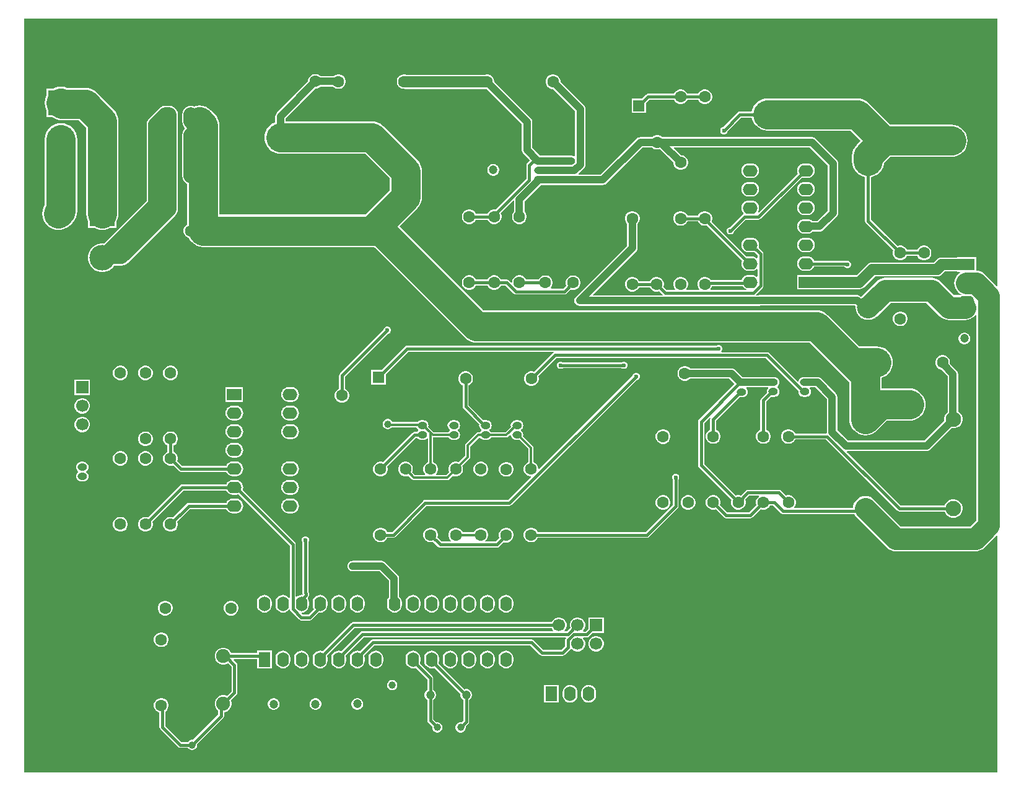
<source format=gbl>
G04*
G04 #@! TF.GenerationSoftware,Altium Limited,Altium Designer,22.0.2 (36)*
G04*
G04 Layer_Physical_Order=2*
G04 Layer_Color=16711680*
%FSLAX44Y44*%
%MOMM*%
G71*
G04*
G04 #@! TF.SameCoordinates,5839D2CD-8417-4FFE-AC2F-3A0E45452BBB*
G04*
G04*
G04 #@! TF.FilePolarity,Positive*
G04*
G01*
G75*
%ADD10C,0.4000*%
%ADD13C,0.3000*%
%ADD24C,1.9000*%
%ADD26R,1.9000X1.9000*%
%ADD35C,1.2000*%
%ADD44C,1.0000*%
%ADD45R,1.6000X1.6000*%
%ADD46C,1.6000*%
%ADD47R,1.6000X1.6000*%
%ADD48O,1.6000X2.0000*%
%ADD49R,1.6000X2.0000*%
%ADD50C,1.7000*%
%ADD51R,1.7000X1.7000*%
%ADD52R,1.7000X1.7000*%
%ADD53C,7.4000*%
%ADD54R,2.1000X2.1000*%
%ADD55C,2.1000*%
%ADD56C,3.5000*%
%ADD57R,3.5000X3.5000*%
%ADD58C,1.0000*%
%ADD59R,3.5000X3.5000*%
%ADD60R,2.2000X1.6000*%
%ADD61O,2.2000X1.6000*%
%ADD62O,1.3000X1.0000*%
%ADD63C,3.0000*%
%ADD64O,2.0000X1.6000*%
%ADD65R,2.0000X1.6000*%
%ADD66C,0.6000*%
%ADD67C,1.5000*%
%ADD68C,4.0000*%
%ADD69C,3.0000*%
%ADD70C,2.9500*%
%ADD71C,2.0000*%
G36*
X1590000Y924923D02*
X1588827Y924437D01*
X1572784Y940479D01*
X1570196Y942603D01*
X1567242Y944182D01*
X1564038Y945154D01*
X1560750Y945478D01*
Y963800D01*
X1534750D01*
Y963382D01*
X1513955D01*
X1511475Y963055D01*
X1509164Y962098D01*
X1507180Y960575D01*
X1503436Y956832D01*
X1418750D01*
X1416270Y956506D01*
X1413959Y955548D01*
X1411974Y954025D01*
X1397281Y939332D01*
X1340200D01*
Y939750D01*
X1316200D01*
Y919750D01*
X1340200D01*
Y920168D01*
X1401250D01*
X1403730Y920495D01*
X1406041Y921452D01*
X1408026Y922975D01*
X1422719Y937668D01*
X1507405D01*
X1509885Y937995D01*
X1512196Y938952D01*
X1514180Y940474D01*
X1517924Y944218D01*
X1534750D01*
Y943800D01*
X1538415D01*
X1538724Y942568D01*
X1538399Y942394D01*
X1535849Y940301D01*
X1533755Y937751D01*
X1532200Y934841D01*
X1531242Y931684D01*
X1530919Y928400D01*
X1531242Y925116D01*
X1532200Y921959D01*
X1533755Y919049D01*
X1535849Y916499D01*
X1538399Y914406D01*
X1540336Y913370D01*
X1540351Y913278D01*
X1540052Y912082D01*
X1530576D01*
X1511829Y930829D01*
X1509240Y932953D01*
X1506287Y934532D01*
X1503083Y935504D01*
X1499750Y935832D01*
X1436750D01*
X1433417Y935504D01*
X1430213Y934532D01*
X1427260Y932953D01*
X1424671Y930829D01*
X1403457Y909615D01*
X1403080Y909992D01*
X1401618Y911115D01*
X1399915Y911820D01*
X1398088Y912060D01*
X1265000D01*
X1263173Y911820D01*
X1262546Y911560D01*
X1260345D01*
X1259819Y912830D01*
X1268884Y921896D01*
X1268884Y921896D01*
X1269768Y923219D01*
X1270078Y924780D01*
Y968550D01*
X1269768Y970111D01*
X1268884Y971434D01*
X1268884Y971434D01*
X1263343Y976975D01*
X1263743Y977940D01*
X1264086Y980550D01*
X1263743Y983160D01*
X1262735Y985593D01*
X1261132Y987682D01*
X1259043Y989285D01*
X1256610Y990293D01*
X1254000Y990636D01*
X1250000D01*
X1247390Y990293D01*
X1244957Y989285D01*
X1242868Y987682D01*
X1241265Y985593D01*
X1240257Y983160D01*
X1239914Y980550D01*
X1240257Y977940D01*
X1241265Y975507D01*
X1242868Y973418D01*
X1244957Y971815D01*
X1247390Y970807D01*
X1250000Y970464D01*
X1254000D01*
X1256610Y970807D01*
X1257575Y971207D01*
X1261922Y966861D01*
Y963261D01*
X1260652Y962651D01*
X1259043Y963885D01*
X1256610Y964893D01*
X1254000Y965236D01*
X1250000D01*
X1247390Y964893D01*
X1247044Y964749D01*
X1199121Y1012671D01*
X1199329Y1013030D01*
X1200010Y1015574D01*
Y1018206D01*
X1199329Y1020750D01*
X1198012Y1023030D01*
X1196150Y1024892D01*
X1193870Y1026208D01*
X1191327Y1026890D01*
X1188693D01*
X1186150Y1026208D01*
X1183870Y1024892D01*
X1182008Y1023030D01*
X1180818Y1020968D01*
X1166182D01*
X1164992Y1023030D01*
X1163130Y1024892D01*
X1160850Y1026208D01*
X1158307Y1026890D01*
X1155674D01*
X1153130Y1026208D01*
X1150850Y1024892D01*
X1148988Y1023030D01*
X1147672Y1020750D01*
X1146990Y1018206D01*
Y1015574D01*
X1147672Y1013030D01*
X1148988Y1010750D01*
X1150850Y1008888D01*
X1153130Y1007571D01*
X1155674Y1006890D01*
X1158307D01*
X1160850Y1007571D01*
X1163130Y1008888D01*
X1164992Y1010750D01*
X1166182Y1012812D01*
X1180818D01*
X1182008Y1010750D01*
X1183870Y1008888D01*
X1186150Y1007571D01*
X1188693Y1006890D01*
X1191327D01*
X1192936Y1007321D01*
X1240913Y959344D01*
X1240257Y957760D01*
X1239914Y955150D01*
X1240257Y952540D01*
X1241265Y950107D01*
X1242868Y948018D01*
X1244957Y946415D01*
X1247390Y945407D01*
X1250000Y945064D01*
X1254000D01*
X1256610Y945407D01*
X1259043Y946415D01*
X1260652Y947649D01*
X1261922Y947039D01*
Y937861D01*
X1260652Y937251D01*
X1259043Y938485D01*
X1256610Y939493D01*
X1254000Y939836D01*
X1250000D01*
X1247390Y939493D01*
X1244957Y938485D01*
X1242868Y936882D01*
X1241265Y934793D01*
X1240273Y932398D01*
X1198377D01*
X1198012Y933030D01*
X1196150Y934892D01*
X1193870Y936208D01*
X1191327Y936890D01*
X1188693D01*
X1186150Y936208D01*
X1183870Y934892D01*
X1182008Y933030D01*
X1180692Y930750D01*
X1180010Y928207D01*
Y925574D01*
X1180692Y923030D01*
X1182008Y920750D01*
X1182616Y920142D01*
X1182130Y918968D01*
X1164870D01*
X1164384Y920142D01*
X1164992Y920750D01*
X1166309Y923030D01*
X1166990Y925574D01*
Y928207D01*
X1166309Y930750D01*
X1164992Y933030D01*
X1163130Y934892D01*
X1160850Y936208D01*
X1158307Y936890D01*
X1155674D01*
X1153130Y936208D01*
X1150850Y934892D01*
X1148988Y933030D01*
X1147672Y930750D01*
X1146990Y928207D01*
Y925574D01*
X1147672Y923030D01*
X1148988Y920750D01*
X1149596Y920142D01*
X1149110Y918968D01*
X1137659D01*
X1133354Y923274D01*
X1133970Y925574D01*
Y928207D01*
X1133288Y930750D01*
X1131972Y933030D01*
X1130110Y934892D01*
X1127830Y936208D01*
X1125286Y936890D01*
X1122654D01*
X1120110Y936208D01*
X1117830Y934892D01*
X1115968Y933030D01*
X1114778Y930968D01*
X1100142D01*
X1098952Y933030D01*
X1097090Y934892D01*
X1094810Y936208D01*
X1092266Y936890D01*
X1089633D01*
X1087090Y936208D01*
X1084810Y934892D01*
X1082948Y933030D01*
X1081631Y930750D01*
X1080950Y928206D01*
Y925574D01*
X1081631Y923030D01*
X1082948Y920750D01*
X1084810Y918888D01*
X1087090Y917571D01*
X1089633Y916890D01*
X1092266D01*
X1094810Y917571D01*
X1097090Y918888D01*
X1098952Y920750D01*
X1100142Y922812D01*
X1114778D01*
X1115968Y920750D01*
X1117830Y918888D01*
X1120110Y917571D01*
X1122654Y916890D01*
X1125286D01*
X1127586Y917506D01*
X1132262Y912830D01*
X1131736Y911560D01*
X1037705D01*
X1037219Y912734D01*
X1095943Y971458D01*
X1097065Y972920D01*
X1097770Y974623D01*
X1098010Y976450D01*
Y1009808D01*
X1098952Y1010750D01*
X1100268Y1013030D01*
X1100950Y1015574D01*
Y1018206D01*
X1100268Y1020750D01*
X1098952Y1023030D01*
X1097090Y1024892D01*
X1094810Y1026208D01*
X1092266Y1026890D01*
X1089633D01*
X1087090Y1026208D01*
X1084810Y1024892D01*
X1082948Y1023030D01*
X1081631Y1020750D01*
X1080950Y1018206D01*
Y1015574D01*
X1081631Y1013030D01*
X1082948Y1010750D01*
X1083890Y1009808D01*
Y979374D01*
X1014832Y910317D01*
X1013758Y909492D01*
X1012635Y908030D01*
X1011930Y906327D01*
X1011690Y904500D01*
X1011930Y902673D01*
X1012635Y900970D01*
X1013758Y899508D01*
X1015220Y898385D01*
X1016923Y897680D01*
X1018750Y897440D01*
X1264500D01*
X1266327Y897680D01*
X1266954Y897940D01*
X1395164D01*
X1396250Y896853D01*
Y896085D01*
X1396168Y895250D01*
X1396250Y894415D01*
Y893576D01*
X1396414Y892752D01*
X1396496Y891917D01*
X1396740Y891114D01*
X1396903Y890291D01*
X1397224Y889516D01*
X1397468Y888713D01*
X1397864Y887973D01*
X1398185Y887197D01*
X1398651Y886500D01*
X1399047Y885760D01*
X1399579Y885111D01*
X1400045Y884413D01*
X1400639Y883820D01*
X1401171Y883171D01*
X1401820Y882639D01*
X1402413Y882045D01*
X1403111Y881579D01*
X1403760Y881047D01*
X1404500Y880651D01*
X1405197Y880185D01*
X1405973Y879864D01*
X1406713Y879468D01*
X1407516Y879224D01*
X1408291Y878903D01*
X1409115Y878740D01*
X1409917Y878496D01*
X1410752Y878414D01*
X1411576Y878250D01*
X1412415D01*
X1413250Y878168D01*
X1414085Y878250D01*
X1414924D01*
X1415748Y878414D01*
X1416583Y878496D01*
X1417386Y878740D01*
X1418209Y878903D01*
X1418984Y879224D01*
X1419787Y879468D01*
X1420527Y879864D01*
X1421302Y880185D01*
X1422000Y880651D01*
X1422740Y881047D01*
X1423389Y881579D01*
X1424087Y882045D01*
X1424680Y882639D01*
X1425329Y883171D01*
X1443826Y901668D01*
X1492674D01*
X1511421Y882921D01*
X1514010Y880797D01*
X1516963Y879218D01*
X1520167Y878246D01*
X1523500Y877918D01*
X1546000D01*
X1549333Y878246D01*
X1552537Y879218D01*
X1555490Y880797D01*
X1558079Y882921D01*
X1559648Y884833D01*
X1560918Y884378D01*
Y604326D01*
X1552674Y596082D01*
X1458076D01*
X1421579Y632579D01*
X1418990Y634703D01*
X1416037Y636282D01*
X1412833Y637254D01*
X1409500Y637582D01*
X1406167Y637254D01*
X1402963Y636282D01*
X1400010Y634703D01*
X1397421Y632579D01*
X1395297Y629990D01*
X1393718Y627037D01*
X1392746Y623833D01*
X1392457Y620898D01*
X1312170D01*
X1311684Y622072D01*
X1312292Y622680D01*
X1313609Y624960D01*
X1314290Y627504D01*
Y630136D01*
X1313609Y632680D01*
X1312292Y634960D01*
X1310430Y636822D01*
X1308150Y638139D01*
X1305607Y638820D01*
X1302973D01*
X1300674Y638204D01*
X1293994Y644884D01*
X1292671Y645768D01*
X1291110Y646078D01*
X1291110Y646078D01*
X1248890D01*
X1248890Y646078D01*
X1247329Y645768D01*
X1246006Y644884D01*
X1246006Y644884D01*
X1239326Y638204D01*
X1237027Y638820D01*
X1234393D01*
X1232094Y638204D01*
X1189078Y681219D01*
Y737261D01*
X1196882Y745065D01*
X1197869Y744255D01*
X1197652Y743931D01*
X1197342Y742370D01*
X1197342Y742370D01*
Y728012D01*
X1195280Y726822D01*
X1193418Y724960D01*
X1192102Y722680D01*
X1191420Y720136D01*
Y717504D01*
X1192102Y714960D01*
X1193418Y712680D01*
X1195280Y710818D01*
X1197560Y709501D01*
X1200104Y708820D01*
X1202737D01*
X1205280Y709501D01*
X1207560Y710818D01*
X1209422Y712680D01*
X1210739Y714960D01*
X1211420Y717504D01*
Y720136D01*
X1210739Y722680D01*
X1209422Y724960D01*
X1207560Y726822D01*
X1205498Y728012D01*
Y740681D01*
X1237628Y772810D01*
X1238770Y772660D01*
X1241770D01*
X1243597Y772900D01*
X1245300Y773605D01*
X1246762Y774727D01*
X1247884Y776190D01*
X1248590Y777893D01*
X1248830Y779720D01*
X1248590Y781547D01*
X1247884Y783250D01*
X1246780Y784690D01*
X1246795Y784799D01*
X1247223Y785960D01*
X1276251D01*
X1276710Y784690D01*
X1275835Y783550D01*
X1275130Y781847D01*
X1274890Y780020D01*
X1275040Y778878D01*
X1267116Y770954D01*
X1266232Y769631D01*
X1265922Y768070D01*
X1265922Y768070D01*
Y728012D01*
X1263860Y726822D01*
X1261998Y724960D01*
X1260682Y722680D01*
X1260000Y720136D01*
Y717504D01*
X1260682Y714960D01*
X1261998Y712680D01*
X1263860Y710818D01*
X1266140Y709501D01*
X1268683Y708820D01*
X1271317D01*
X1273860Y709501D01*
X1276140Y710818D01*
X1278002Y712680D01*
X1279318Y714960D01*
X1280000Y717504D01*
Y720136D01*
X1279318Y722680D01*
X1278002Y724960D01*
X1276140Y726822D01*
X1274078Y728012D01*
Y766381D01*
X1280808Y773110D01*
X1281950Y772960D01*
X1284950D01*
X1286777Y773200D01*
X1288480Y773905D01*
X1289942Y775027D01*
X1291064Y776490D01*
X1291770Y778193D01*
X1292010Y780020D01*
X1291770Y781847D01*
X1291064Y783550D01*
X1289942Y785012D01*
X1288983Y785749D01*
X1288909Y785919D01*
Y787121D01*
X1288983Y787291D01*
X1289942Y788027D01*
X1291064Y789490D01*
X1291770Y791193D01*
X1292010Y793020D01*
X1291770Y794847D01*
X1291064Y796550D01*
X1289942Y798012D01*
X1288480Y799134D01*
X1286777Y799840D01*
X1284950Y800080D01*
X1242070D01*
X1241473Y800002D01*
X1231482Y809993D01*
X1230020Y811115D01*
X1228317Y811820D01*
X1226490Y812060D01*
X1169582D01*
X1168640Y813002D01*
X1166360Y814318D01*
X1163817Y815000D01*
X1161183D01*
X1158640Y814318D01*
X1156360Y813002D01*
X1154498Y811140D01*
X1153182Y808860D01*
X1152500Y806317D01*
Y803683D01*
X1153182Y801140D01*
X1154498Y798860D01*
X1156360Y796998D01*
X1158640Y795682D01*
X1161183Y795000D01*
X1163817D01*
X1166360Y795682D01*
X1168640Y796998D01*
X1169582Y797940D01*
X1223565D01*
X1230894Y790611D01*
X1182116Y741834D01*
X1181232Y740511D01*
X1180922Y738950D01*
X1180922Y738950D01*
Y679530D01*
X1180922Y679530D01*
X1181232Y677969D01*
X1182116Y676646D01*
X1226326Y632436D01*
X1225710Y630136D01*
Y627504D01*
X1226392Y624960D01*
X1227708Y622680D01*
X1229570Y620818D01*
X1231850Y619501D01*
X1234393Y618820D01*
X1237027D01*
X1239570Y619501D01*
X1241850Y620818D01*
X1243712Y622680D01*
X1245029Y624960D01*
X1245710Y627504D01*
Y630136D01*
X1245094Y632436D01*
X1250579Y637922D01*
X1263449D01*
X1263690Y636652D01*
X1261998Y634960D01*
X1260682Y632680D01*
X1260000Y630136D01*
Y627504D01*
X1260616Y625204D01*
X1250491Y615078D01*
X1220929D01*
X1210804Y625204D01*
X1211420Y627504D01*
Y630136D01*
X1210739Y632680D01*
X1209422Y634960D01*
X1207560Y636822D01*
X1205280Y638139D01*
X1202737Y638820D01*
X1200104D01*
X1197560Y638139D01*
X1195280Y636822D01*
X1193418Y634960D01*
X1192102Y632680D01*
X1191420Y630136D01*
Y627504D01*
X1192102Y624960D01*
X1193418Y622680D01*
X1195280Y620818D01*
X1197560Y619501D01*
X1200104Y618820D01*
X1202737D01*
X1205036Y619436D01*
X1216356Y608116D01*
X1217679Y607232D01*
X1219240Y606922D01*
X1219240Y606922D01*
X1252180D01*
X1252180Y606922D01*
X1253741Y607232D01*
X1255064Y608116D01*
X1266384Y619436D01*
X1268683Y618820D01*
X1271317D01*
X1273860Y619501D01*
X1276140Y620818D01*
X1278002Y622680D01*
X1279192Y624742D01*
X1283564D01*
X1294370Y613936D01*
X1294370Y613936D01*
X1295693Y613052D01*
X1297254Y612742D01*
X1394371D01*
X1395297Y611010D01*
X1397421Y608421D01*
X1438921Y566921D01*
X1441510Y564797D01*
X1444463Y563218D01*
X1447667Y562246D01*
X1451000Y561918D01*
X1559750D01*
X1563083Y562246D01*
X1566287Y563218D01*
X1569240Y564797D01*
X1571829Y566921D01*
X1588827Y583919D01*
X1590000Y583433D01*
Y260000D01*
X260000D01*
Y1290000D01*
X1590000D01*
Y924923D01*
D02*
G37*
G36*
X1242868Y922618D02*
X1244957Y921015D01*
X1246832Y920238D01*
X1246579Y918968D01*
X1197890D01*
X1197404Y920142D01*
X1198012Y920750D01*
X1199329Y923030D01*
X1199653Y924242D01*
X1241622D01*
X1242868Y922618D01*
D02*
G37*
%LPC*%
G36*
X659066Y1214250D02*
X656433D01*
X653890Y1213568D01*
X651610Y1212252D01*
X649748Y1210390D01*
X648431Y1208110D01*
X647750Y1205566D01*
Y1204235D01*
X605008Y1161492D01*
X603885Y1160030D01*
X603180Y1158327D01*
X602940Y1156500D01*
Y1148348D01*
X601540Y1147924D01*
X597718Y1145881D01*
X594368Y1143132D01*
X591619Y1139782D01*
X589576Y1135960D01*
X588318Y1131813D01*
X587894Y1127500D01*
X588318Y1123187D01*
X589576Y1119040D01*
X591619Y1115218D01*
X594368Y1111868D01*
X597718Y1109119D01*
X601540Y1107076D01*
X605687Y1105818D01*
X610000Y1105394D01*
X725843D01*
X759394Y1071843D01*
Y1055657D01*
X725843Y1022106D01*
X526606D01*
Y1143750D01*
X526182Y1148063D01*
X524924Y1152210D01*
X522881Y1156032D01*
X520132Y1159382D01*
X514632Y1164882D01*
X511282Y1167631D01*
X507460Y1169674D01*
X503313Y1170932D01*
X499000Y1171356D01*
X494687Y1170932D01*
X491996Y1170115D01*
X490993Y1170531D01*
X487860Y1170944D01*
X484727Y1170531D01*
X481808Y1169322D01*
X479301Y1167399D01*
X477378Y1164892D01*
X476169Y1161973D01*
X475756Y1158840D01*
Y1149250D01*
X476169Y1146117D01*
X477378Y1143198D01*
X478152Y1142190D01*
X478576Y1140790D01*
X479294Y1139448D01*
X477378Y1136952D01*
X476169Y1134033D01*
X475756Y1130900D01*
Y1102960D01*
Y1075020D01*
X476169Y1071887D01*
X477378Y1068968D01*
X479301Y1066461D01*
X481808Y1064538D01*
X482394Y1064296D01*
Y1008599D01*
X481360Y1008002D01*
X479498Y1006140D01*
X478181Y1003860D01*
X477500Y1001317D01*
Y998683D01*
X478181Y996140D01*
X479498Y993860D01*
X481360Y991998D01*
X483640Y990682D01*
X484685Y990402D01*
X486119Y987718D01*
X488868Y984368D01*
X492218Y981619D01*
X496040Y979576D01*
X500187Y978318D01*
X504500Y977894D01*
X738093D01*
X862368Y853618D01*
X862368Y853618D01*
X865718Y850869D01*
X869540Y848826D01*
X873687Y847568D01*
X878000Y847144D01*
X1333343D01*
X1376118Y804369D01*
X1376118Y804368D01*
X1387394Y793093D01*
Y742500D01*
X1387818Y738187D01*
X1389076Y734040D01*
X1391119Y730218D01*
X1393868Y726868D01*
X1397218Y724119D01*
X1401040Y722076D01*
X1405187Y720818D01*
X1409500Y720394D01*
X1413813Y720818D01*
X1417960Y722076D01*
X1421782Y724119D01*
X1425132Y726868D01*
X1438657Y740394D01*
X1469500D01*
X1473813Y740818D01*
X1477960Y742076D01*
X1481782Y744119D01*
X1485132Y746868D01*
X1487881Y750218D01*
X1489924Y754040D01*
X1491182Y758187D01*
X1491606Y762500D01*
X1491182Y766813D01*
X1489924Y770960D01*
X1487881Y774782D01*
X1485132Y778132D01*
X1481782Y780881D01*
X1477960Y782924D01*
X1473813Y784182D01*
X1469500Y784606D01*
X1431606D01*
Y799014D01*
X1433460Y799576D01*
X1437282Y801619D01*
X1440632Y804368D01*
X1443381Y807718D01*
X1445424Y811540D01*
X1446682Y815687D01*
X1447106Y820000D01*
X1446682Y824313D01*
X1445424Y828460D01*
X1443381Y832282D01*
X1440632Y835632D01*
X1437282Y838381D01*
X1433460Y840424D01*
X1429313Y841682D01*
X1425000Y842106D01*
X1400907D01*
X1358132Y884882D01*
X1354782Y887631D01*
X1350960Y889674D01*
X1346813Y890932D01*
X1342500Y891356D01*
X887157D01*
X772388Y1006125D01*
X797132Y1030868D01*
X797132Y1030868D01*
X799881Y1034218D01*
X801924Y1038040D01*
X803182Y1042187D01*
X803606Y1046500D01*
Y1081000D01*
X803182Y1085313D01*
X801924Y1089460D01*
X799881Y1093282D01*
X797132Y1096632D01*
X797132Y1096632D01*
X750632Y1143132D01*
X747282Y1145881D01*
X743460Y1147924D01*
X739313Y1149182D01*
X735000Y1149606D01*
X617060D01*
Y1153576D01*
X657735Y1194250D01*
X659066D01*
X661610Y1194931D01*
X663890Y1196248D01*
X664707Y1197065D01*
X681793D01*
X682860Y1195998D01*
X685140Y1194681D01*
X687683Y1194000D01*
X690316D01*
X692860Y1194681D01*
X695140Y1195998D01*
X697002Y1197860D01*
X698318Y1200140D01*
X699000Y1202683D01*
Y1205316D01*
X698318Y1207860D01*
X697002Y1210140D01*
X695140Y1212002D01*
X692860Y1213318D01*
X690316Y1214000D01*
X687683D01*
X685140Y1213318D01*
X682860Y1212002D01*
X682043Y1211185D01*
X664957D01*
X663890Y1212252D01*
X661610Y1213568D01*
X659066Y1214250D01*
D02*
G37*
G36*
X1191327Y1193260D02*
X1188693D01*
X1186150Y1192579D01*
X1183870Y1191262D01*
X1182008Y1189400D01*
X1180818Y1187338D01*
X1166182D01*
X1164992Y1189400D01*
X1163130Y1191262D01*
X1160850Y1192579D01*
X1158307Y1193260D01*
X1155674D01*
X1153130Y1192579D01*
X1150850Y1191262D01*
X1148988Y1189400D01*
X1147798Y1187338D01*
X1112260D01*
X1110699Y1187028D01*
X1109376Y1186144D01*
X1109376Y1186144D01*
X1104232Y1181000D01*
X1090000D01*
Y1161000D01*
X1110000D01*
Y1175232D01*
X1113949Y1179182D01*
X1147798D01*
X1148988Y1177120D01*
X1150850Y1175258D01*
X1153130Y1173941D01*
X1155674Y1173260D01*
X1158307D01*
X1160850Y1173941D01*
X1163130Y1175258D01*
X1164992Y1177120D01*
X1166182Y1179182D01*
X1180818D01*
X1182008Y1177120D01*
X1183870Y1175258D01*
X1186150Y1173941D01*
X1188693Y1173260D01*
X1191327D01*
X1193870Y1173941D01*
X1196150Y1175258D01*
X1198012Y1177120D01*
X1199329Y1179400D01*
X1200010Y1181944D01*
Y1184576D01*
X1199329Y1187120D01*
X1198012Y1189400D01*
X1196150Y1191262D01*
X1193870Y1192579D01*
X1191327Y1193260D01*
D02*
G37*
G36*
X901803Y1091250D02*
X899697D01*
X897662Y1090705D01*
X895838Y1089652D01*
X894348Y1088162D01*
X893295Y1086338D01*
X892750Y1084303D01*
Y1082197D01*
X893295Y1080162D01*
X894348Y1078338D01*
X895838Y1076848D01*
X897662Y1075795D01*
X899697Y1075250D01*
X901803D01*
X903838Y1075795D01*
X905662Y1076848D01*
X907152Y1078338D01*
X908205Y1080162D01*
X908750Y1082197D01*
Y1084303D01*
X908205Y1086338D01*
X907152Y1088162D01*
X905662Y1089652D01*
X903838Y1090705D01*
X901803Y1091250D01*
D02*
G37*
G36*
X1330200Y1092236D02*
X1326200D01*
X1323589Y1091893D01*
X1321157Y1090885D01*
X1319068Y1089282D01*
X1317465Y1087193D01*
X1316457Y1084761D01*
X1316114Y1082150D01*
X1316457Y1079539D01*
X1316857Y1078575D01*
X1263500Y1025218D01*
X1262543Y1026057D01*
X1262735Y1026307D01*
X1263743Y1028739D01*
X1264086Y1031350D01*
X1263743Y1033960D01*
X1262735Y1036393D01*
X1261132Y1038482D01*
X1259043Y1040085D01*
X1256610Y1041093D01*
X1254000Y1041436D01*
X1250000D01*
X1247390Y1041093D01*
X1244957Y1040085D01*
X1242868Y1038482D01*
X1241265Y1036393D01*
X1240257Y1033960D01*
X1239914Y1031350D01*
X1240257Y1028739D01*
X1241265Y1026307D01*
X1242728Y1024401D01*
X1242748Y1023972D01*
X1242710Y1023685D01*
X1242483Y1022913D01*
X1241466Y1022234D01*
X1241466Y1022234D01*
X1224232Y1005000D01*
X1224005D01*
X1222168Y1004239D01*
X1220761Y1002832D01*
X1220000Y1000995D01*
Y999005D01*
X1220761Y997168D01*
X1222168Y995761D01*
X1224005Y995000D01*
X1225995D01*
X1227832Y995761D01*
X1229239Y997168D01*
X1230000Y999005D01*
Y999232D01*
X1246039Y1015272D01*
X1263400D01*
X1263400Y1015272D01*
X1264961Y1015582D01*
X1266284Y1016466D01*
X1322625Y1072807D01*
X1323589Y1072407D01*
X1326200Y1072064D01*
X1330200D01*
X1332811Y1072407D01*
X1335243Y1073415D01*
X1337332Y1075018D01*
X1338935Y1077107D01*
X1339943Y1079539D01*
X1340286Y1082150D01*
X1339943Y1084761D01*
X1338935Y1087193D01*
X1337332Y1089282D01*
X1335243Y1090885D01*
X1332811Y1091893D01*
X1330200Y1092236D01*
D02*
G37*
G36*
X1254000D02*
X1250000D01*
X1247390Y1091893D01*
X1244957Y1090885D01*
X1242868Y1089282D01*
X1241265Y1087193D01*
X1240257Y1084761D01*
X1239914Y1082150D01*
X1240257Y1079539D01*
X1241265Y1077107D01*
X1242868Y1075018D01*
X1244957Y1073415D01*
X1247390Y1072407D01*
X1250000Y1072064D01*
X1254000D01*
X1256610Y1072407D01*
X1259043Y1073415D01*
X1261132Y1075018D01*
X1262735Y1077107D01*
X1263743Y1079539D01*
X1264086Y1082150D01*
X1263743Y1084761D01*
X1262735Y1087193D01*
X1261132Y1089282D01*
X1259043Y1090885D01*
X1256610Y1091893D01*
X1254000Y1092236D01*
D02*
G37*
G36*
X1330200Y1066836D02*
X1326200D01*
X1323589Y1066493D01*
X1321157Y1065485D01*
X1319068Y1063882D01*
X1317465Y1061793D01*
X1316457Y1059361D01*
X1316114Y1056750D01*
X1316457Y1054139D01*
X1317465Y1051707D01*
X1319068Y1049618D01*
X1321157Y1048015D01*
X1323589Y1047007D01*
X1326200Y1046664D01*
X1330200D01*
X1332811Y1047007D01*
X1335243Y1048015D01*
X1337332Y1049618D01*
X1338935Y1051707D01*
X1339943Y1054139D01*
X1340286Y1056750D01*
X1339943Y1059361D01*
X1338935Y1061793D01*
X1337332Y1063882D01*
X1335243Y1065485D01*
X1332811Y1066493D01*
X1330200Y1066836D01*
D02*
G37*
G36*
X1254000D02*
X1250000D01*
X1247390Y1066493D01*
X1244957Y1065485D01*
X1242868Y1063882D01*
X1241265Y1061793D01*
X1240257Y1059361D01*
X1239914Y1056750D01*
X1240257Y1054139D01*
X1241265Y1051707D01*
X1242868Y1049618D01*
X1244957Y1048015D01*
X1247390Y1047007D01*
X1250000Y1046664D01*
X1254000D01*
X1256610Y1047007D01*
X1259043Y1048015D01*
X1261132Y1049618D01*
X1262735Y1051707D01*
X1263743Y1054139D01*
X1264086Y1056750D01*
X1263743Y1059361D01*
X1262735Y1061793D01*
X1261132Y1063882D01*
X1259043Y1065485D01*
X1256610Y1066493D01*
X1254000Y1066836D01*
D02*
G37*
G36*
X1330200Y1041436D02*
X1326200D01*
X1323589Y1041093D01*
X1321157Y1040085D01*
X1319068Y1038482D01*
X1317465Y1036393D01*
X1316457Y1033960D01*
X1316114Y1031350D01*
X1316457Y1028739D01*
X1317465Y1026307D01*
X1319068Y1024218D01*
X1321157Y1022615D01*
X1323589Y1021607D01*
X1326200Y1021264D01*
X1330200D01*
X1332811Y1021607D01*
X1335243Y1022615D01*
X1337332Y1024218D01*
X1338935Y1026307D01*
X1339943Y1028739D01*
X1340286Y1031350D01*
X1339943Y1033960D01*
X1338935Y1036393D01*
X1337332Y1038482D01*
X1335243Y1040085D01*
X1332811Y1041093D01*
X1330200Y1041436D01*
D02*
G37*
G36*
X780316Y1214000D02*
X777683D01*
X775140Y1213318D01*
X772860Y1212002D01*
X770998Y1210140D01*
X769681Y1207860D01*
X769000Y1205316D01*
Y1202683D01*
X769681Y1200140D01*
X770998Y1197860D01*
X772860Y1195998D01*
X775140Y1194681D01*
X777683Y1194000D01*
X779148D01*
X779771Y1193918D01*
X889623D01*
X891183Y1193500D01*
X892515D01*
X939940Y1146076D01*
Y1110240D01*
X940180Y1108413D01*
X940885Y1106710D01*
X942008Y1105247D01*
X950915Y1096340D01*
X947116Y1092541D01*
X946232Y1091218D01*
X945922Y1089657D01*
X945922Y1089657D01*
Y1070897D01*
X904100Y1029076D01*
X903486Y1029240D01*
X900854D01*
X898310Y1028559D01*
X896030Y1027242D01*
X894168Y1025380D01*
X892978Y1023318D01*
X877072D01*
X875882Y1025380D01*
X874020Y1027242D01*
X871740Y1028559D01*
X869196Y1029240D01*
X866563D01*
X864020Y1028559D01*
X861740Y1027242D01*
X859878Y1025380D01*
X858561Y1023100D01*
X857880Y1020556D01*
Y1017924D01*
X858561Y1015380D01*
X859878Y1013100D01*
X861740Y1011238D01*
X864020Y1009921D01*
X866563Y1009240D01*
X869196D01*
X871740Y1009921D01*
X874020Y1011238D01*
X875882Y1013100D01*
X877072Y1015162D01*
X892978D01*
X894168Y1013100D01*
X896030Y1011238D01*
X898310Y1009921D01*
X900854Y1009240D01*
X903486D01*
X906030Y1009921D01*
X908310Y1011238D01*
X910172Y1013100D01*
X911488Y1015380D01*
X912170Y1017924D01*
Y1020556D01*
X911488Y1023100D01*
X910819Y1024259D01*
X928226Y1041666D01*
X929400Y1041180D01*
Y1026322D01*
X928458Y1025380D01*
X927141Y1023100D01*
X926460Y1020556D01*
Y1017924D01*
X927141Y1015380D01*
X928458Y1013100D01*
X930320Y1011238D01*
X932600Y1009921D01*
X935144Y1009240D01*
X937776D01*
X940320Y1009921D01*
X942600Y1011238D01*
X944462Y1013100D01*
X945779Y1015380D01*
X946460Y1017924D01*
Y1020556D01*
X945779Y1023100D01*
X944462Y1025380D01*
X943520Y1026322D01*
Y1040015D01*
X966055Y1062550D01*
X1050360D01*
X1052187Y1062790D01*
X1053890Y1063495D01*
X1055352Y1064618D01*
X1104675Y1113940D01*
X1117918D01*
X1118860Y1112998D01*
X1121140Y1111682D01*
X1123683Y1111000D01*
X1126317D01*
X1128642Y1111623D01*
X1146990Y1093275D01*
Y1091944D01*
X1147672Y1089400D01*
X1148988Y1087120D01*
X1150850Y1085258D01*
X1153130Y1083941D01*
X1155674Y1083260D01*
X1158307D01*
X1160850Y1083941D01*
X1163130Y1085258D01*
X1164992Y1087120D01*
X1166309Y1089400D01*
X1166990Y1091944D01*
Y1094576D01*
X1166309Y1097120D01*
X1164992Y1099400D01*
X1163130Y1101262D01*
X1160850Y1102579D01*
X1158307Y1103260D01*
X1156975D01*
X1147469Y1112766D01*
X1147955Y1113940D01*
X1333326D01*
X1358190Y1089075D01*
Y1027424D01*
X1343826Y1013060D01*
X1337349D01*
X1337332Y1013082D01*
X1335243Y1014685D01*
X1332811Y1015693D01*
X1330200Y1016036D01*
X1326200D01*
X1323589Y1015693D01*
X1321157Y1014685D01*
X1319068Y1013082D01*
X1317465Y1010993D01*
X1316457Y1008560D01*
X1316114Y1005950D01*
X1316457Y1003339D01*
X1317465Y1000907D01*
X1319068Y998818D01*
X1321157Y997215D01*
X1323589Y996207D01*
X1326200Y995864D01*
X1330200D01*
X1332811Y996207D01*
X1335243Y997215D01*
X1337332Y998818D01*
X1337426Y998940D01*
X1346750D01*
X1348577Y999180D01*
X1350280Y999885D01*
X1351743Y1001008D01*
X1370242Y1019508D01*
X1371364Y1020970D01*
X1372070Y1022673D01*
X1372310Y1024500D01*
Y1092000D01*
X1372070Y1093827D01*
X1371364Y1095530D01*
X1370242Y1096992D01*
X1341243Y1125992D01*
X1339780Y1127114D01*
X1338077Y1127820D01*
X1336250Y1128060D01*
X1132082D01*
X1131140Y1129002D01*
X1128860Y1130319D01*
X1126317Y1131000D01*
X1123683D01*
X1121140Y1130319D01*
X1118860Y1129002D01*
X1117918Y1128060D01*
X1101750D01*
X1099923Y1127820D01*
X1098220Y1127114D01*
X1096758Y1125992D01*
X1047436Y1076670D01*
X1017552D01*
X1017096Y1077940D01*
X1024802Y1085647D01*
X1025925Y1087109D01*
X1026630Y1088812D01*
X1026870Y1090639D01*
Y1166440D01*
X1026630Y1168267D01*
X1025925Y1169970D01*
X1024802Y1171432D01*
X992500Y1203735D01*
Y1205067D01*
X991818Y1207610D01*
X990502Y1209890D01*
X988640Y1211752D01*
X986360Y1213068D01*
X983817Y1213750D01*
X981183D01*
X978640Y1213068D01*
X976360Y1211752D01*
X974498Y1209890D01*
X973182Y1207610D01*
X972500Y1205067D01*
Y1202433D01*
X973182Y1199890D01*
X974498Y1197610D01*
X976360Y1195748D01*
X978640Y1194432D01*
X981183Y1193750D01*
X982515D01*
X1012750Y1163515D01*
Y1102079D01*
X1011611Y1101517D01*
X1011340Y1101724D01*
X1009637Y1102430D01*
X1007810Y1102670D01*
X964555D01*
X954060Y1113165D01*
Y1149000D01*
X953820Y1150827D01*
X953114Y1152530D01*
X951992Y1153992D01*
X902500Y1203485D01*
Y1204817D01*
X901818Y1207360D01*
X900502Y1209640D01*
X898640Y1211502D01*
X896360Y1212819D01*
X893817Y1213500D01*
X891183D01*
X889623Y1213082D01*
X783270D01*
X782860Y1213318D01*
X780316Y1214000D01*
D02*
G37*
G36*
X310000Y1197106D02*
X305687Y1196682D01*
X301540Y1195424D01*
X299812Y1194500D01*
X290500D01*
Y1185188D01*
X289576Y1183460D01*
X288318Y1179313D01*
X287894Y1175000D01*
X288318Y1170687D01*
X289576Y1166540D01*
X290500Y1164812D01*
Y1155500D01*
X298700D01*
X299468Y1154869D01*
X303290Y1152826D01*
X307437Y1151568D01*
X311750Y1151144D01*
X333962D01*
X344444Y1140662D01*
Y1023140D01*
X344868Y1018827D01*
X346126Y1014680D01*
X347050Y1012952D01*
Y1003640D01*
X356362D01*
X358090Y1002716D01*
X362237Y1001458D01*
X366550Y1001034D01*
X370863Y1001458D01*
X375010Y1002716D01*
X376738Y1003640D01*
X386050D01*
Y1012952D01*
X386974Y1014680D01*
X388232Y1018827D01*
X388656Y1023140D01*
Y1149818D01*
X388657Y1149818D01*
X388232Y1154131D01*
X386974Y1158278D01*
X384931Y1162100D01*
X382182Y1165450D01*
X382182Y1165450D01*
X358750Y1188882D01*
X355400Y1191631D01*
X351578Y1193674D01*
X347431Y1194932D01*
X343119Y1195356D01*
X318586D01*
X318460Y1195424D01*
X314313Y1196682D01*
X310000Y1197106D01*
D02*
G37*
G36*
Y1147106D02*
X305687Y1146682D01*
X301540Y1145424D01*
X297718Y1143381D01*
X294368Y1140632D01*
X291619Y1137282D01*
X289576Y1133460D01*
X288318Y1129313D01*
X287894Y1125000D01*
Y1034906D01*
X286126Y1031600D01*
X284868Y1027453D01*
X284444Y1023140D01*
X284868Y1018827D01*
X286126Y1014680D01*
X288169Y1010858D01*
X290918Y1007508D01*
X294268Y1004759D01*
X298090Y1002716D01*
X302237Y1001458D01*
X306550Y1001034D01*
X310863Y1001458D01*
X315010Y1002716D01*
X318832Y1004759D01*
X322182Y1007508D01*
X325632Y1010958D01*
X328381Y1014308D01*
X330424Y1018130D01*
X331682Y1022277D01*
X332106Y1026590D01*
X332106Y1026590D01*
Y1125000D01*
X331682Y1129313D01*
X330424Y1133460D01*
X328381Y1137282D01*
X325632Y1140632D01*
X322282Y1143381D01*
X318460Y1145424D01*
X314313Y1146682D01*
X310000Y1147106D01*
D02*
G37*
G36*
X457860Y1170944D02*
X452590D01*
X449457Y1170531D01*
X446538Y1169322D01*
X444031Y1167399D01*
X430691Y1154059D01*
X428768Y1151552D01*
X427559Y1148633D01*
X427146Y1145500D01*
Y1040853D01*
X368856Y982563D01*
X368471Y982640D01*
X364629D01*
X360862Y981891D01*
X357313Y980421D01*
X354119Y978287D01*
X351403Y975571D01*
X349269Y972377D01*
X347799Y968828D01*
X347050Y965061D01*
Y961219D01*
X347799Y957452D01*
X349269Y953903D01*
X351403Y950710D01*
X354119Y947993D01*
X357313Y945859D01*
X360862Y944389D01*
X364629Y943640D01*
X368471D01*
X372238Y944389D01*
X375787Y945859D01*
X378980Y947993D01*
X381697Y950710D01*
X382824Y952396D01*
X392750D01*
X395883Y952809D01*
X398802Y954018D01*
X401309Y955941D01*
X466418Y1021051D01*
X468342Y1023558D01*
X469551Y1026477D01*
X469964Y1029610D01*
Y1075020D01*
Y1102960D01*
Y1130900D01*
Y1158840D01*
X469551Y1161973D01*
X468342Y1164892D01*
X466418Y1167399D01*
X463912Y1169322D01*
X460993Y1170531D01*
X457860Y1170944D01*
D02*
G37*
G36*
X1330200Y990636D02*
X1326200D01*
X1323589Y990293D01*
X1321157Y989285D01*
X1319068Y987682D01*
X1317465Y985593D01*
X1316457Y983160D01*
X1316114Y980550D01*
X1316457Y977940D01*
X1317465Y975507D01*
X1319068Y973418D01*
X1321157Y971815D01*
X1323589Y970807D01*
X1326200Y970464D01*
X1330200D01*
X1332811Y970807D01*
X1335243Y971815D01*
X1337332Y973418D01*
X1338935Y975507D01*
X1339943Y977940D01*
X1340286Y980550D01*
X1339943Y983160D01*
X1338935Y985593D01*
X1337332Y987682D01*
X1335243Y989285D01*
X1332811Y990293D01*
X1330200Y990636D01*
D02*
G37*
G36*
X1398250Y1181106D02*
X1275750D01*
X1271437Y1180682D01*
X1267290Y1179424D01*
X1263468Y1177381D01*
X1260118Y1174632D01*
X1257369Y1171282D01*
X1255326Y1167460D01*
X1254068Y1163313D01*
X1254045Y1163078D01*
X1238000D01*
X1236439Y1162768D01*
X1235116Y1161884D01*
X1235116Y1161884D01*
X1215232Y1142000D01*
X1215005D01*
X1213168Y1141239D01*
X1211761Y1139832D01*
X1211000Y1137995D01*
Y1136005D01*
X1211761Y1134168D01*
X1213168Y1132761D01*
X1215005Y1132000D01*
X1216995D01*
X1218832Y1132761D01*
X1220239Y1134168D01*
X1221000Y1136005D01*
Y1136232D01*
X1239689Y1154922D01*
X1254045D01*
X1254068Y1154687D01*
X1255326Y1150540D01*
X1257369Y1146718D01*
X1260118Y1143368D01*
X1263468Y1140619D01*
X1267290Y1138576D01*
X1271437Y1137318D01*
X1275750Y1136894D01*
X1389093D01*
X1402987Y1123000D01*
X1397618Y1117632D01*
X1394869Y1114282D01*
X1392826Y1110460D01*
X1391568Y1106313D01*
X1391144Y1102000D01*
Y1095250D01*
X1391568Y1090937D01*
X1392826Y1086790D01*
X1394869Y1082968D01*
X1397618Y1079618D01*
X1400968Y1076869D01*
X1404790Y1074826D01*
X1408922Y1073573D01*
Y1013343D01*
X1408922Y1013343D01*
X1409232Y1011782D01*
X1410116Y1010459D01*
X1412459Y1008116D01*
X1412459Y1008116D01*
X1413685Y1007297D01*
X1447616Y973366D01*
X1447000Y971067D01*
Y968433D01*
X1447681Y965890D01*
X1448998Y963610D01*
X1450860Y961748D01*
X1453140Y960432D01*
X1455683Y959750D01*
X1458316D01*
X1460860Y960432D01*
X1463140Y961748D01*
X1465002Y963610D01*
X1466192Y965672D01*
X1480308D01*
X1481498Y963610D01*
X1483360Y961748D01*
X1485640Y960432D01*
X1488183Y959750D01*
X1490817D01*
X1493360Y960432D01*
X1495640Y961748D01*
X1497502Y963610D01*
X1498819Y965890D01*
X1499500Y968433D01*
Y971067D01*
X1498819Y973610D01*
X1497502Y975890D01*
X1495640Y977752D01*
X1493360Y979069D01*
X1490817Y979750D01*
X1488183D01*
X1485640Y979069D01*
X1483360Y977752D01*
X1481498Y975890D01*
X1480308Y973828D01*
X1466192D01*
X1465002Y975890D01*
X1463140Y977752D01*
X1460860Y979069D01*
X1458316Y979750D01*
X1455683D01*
X1453384Y979134D01*
X1418634Y1013884D01*
X1417408Y1014703D01*
X1417078Y1015033D01*
Y1073521D01*
X1417563Y1073568D01*
X1421710Y1074826D01*
X1425532Y1076869D01*
X1428882Y1079618D01*
X1431631Y1082968D01*
X1433674Y1086790D01*
X1434932Y1090937D01*
X1435094Y1092580D01*
X1443407Y1100894D01*
X1527000D01*
X1531313Y1101318D01*
X1535460Y1102576D01*
X1539282Y1104619D01*
X1542632Y1107368D01*
X1545381Y1110718D01*
X1547424Y1114540D01*
X1548682Y1118687D01*
X1549106Y1123000D01*
X1548682Y1127313D01*
X1547424Y1131460D01*
X1545381Y1135282D01*
X1542632Y1138632D01*
X1539282Y1141381D01*
X1535460Y1143424D01*
X1531313Y1144682D01*
X1527000Y1145106D01*
X1443407D01*
X1413882Y1174632D01*
X1410532Y1177381D01*
X1406710Y1179424D01*
X1402563Y1180682D01*
X1398250Y1181106D01*
D02*
G37*
G36*
X1330200Y965236D02*
X1326200D01*
X1323589Y964893D01*
X1321157Y963885D01*
X1319068Y962282D01*
X1317465Y960193D01*
X1316457Y957760D01*
X1316114Y955150D01*
X1316457Y952540D01*
X1317465Y950107D01*
X1319068Y948018D01*
X1321157Y946415D01*
X1323589Y945407D01*
X1326200Y945064D01*
X1330200D01*
X1332811Y945407D01*
X1335243Y946415D01*
X1337332Y948018D01*
X1338935Y950107D01*
X1339335Y951072D01*
X1380857D01*
X1382168Y949761D01*
X1384005Y949000D01*
X1385995D01*
X1387832Y949761D01*
X1389239Y951168D01*
X1390000Y953005D01*
Y954995D01*
X1389239Y956832D01*
X1387832Y958239D01*
X1385995Y959000D01*
X1384005D01*
X1384003Y958999D01*
X1382850Y959228D01*
X1382850Y959228D01*
X1339335D01*
X1338935Y960193D01*
X1337332Y962282D01*
X1335243Y963885D01*
X1332811Y964893D01*
X1330200Y965236D01*
D02*
G37*
G36*
X937776Y939240D02*
X935144D01*
X932600Y938559D01*
X930320Y937242D01*
X928458Y935380D01*
X927141Y933100D01*
X926460Y930556D01*
Y929697D01*
X925287Y929210D01*
X922373Y932124D01*
X921050Y933008D01*
X919489Y933318D01*
X919489Y933318D01*
X911362D01*
X910172Y935380D01*
X908310Y937242D01*
X906030Y938559D01*
X903486Y939240D01*
X900854D01*
X898310Y938559D01*
X896030Y937242D01*
X894168Y935380D01*
X892978Y933318D01*
X877072D01*
X875882Y935380D01*
X874020Y937242D01*
X871740Y938559D01*
X869196Y939240D01*
X866563D01*
X864020Y938559D01*
X861740Y937242D01*
X859878Y935380D01*
X858561Y933100D01*
X857880Y930556D01*
Y927924D01*
X858561Y925380D01*
X859878Y923100D01*
X861740Y921238D01*
X864020Y919921D01*
X866563Y919240D01*
X869196D01*
X871740Y919921D01*
X874020Y921238D01*
X875882Y923100D01*
X877072Y925162D01*
X892978D01*
X894168Y923100D01*
X896030Y921238D01*
X898310Y919921D01*
X900854Y919240D01*
X903486D01*
X906030Y919921D01*
X908310Y921238D01*
X910172Y923100D01*
X911362Y925162D01*
X917800D01*
X928846Y914116D01*
X930169Y913232D01*
X931729Y912922D01*
X931730Y912922D01*
X998000D01*
X998000Y912922D01*
X999561Y913232D01*
X1000884Y914116D01*
X1006384Y919616D01*
X1008683Y919000D01*
X1011317D01*
X1013860Y919681D01*
X1016140Y920998D01*
X1018002Y922860D01*
X1019318Y925140D01*
X1020000Y927683D01*
Y930317D01*
X1019318Y932860D01*
X1018002Y935140D01*
X1016140Y937002D01*
X1013860Y938318D01*
X1011317Y939000D01*
X1008683D01*
X1006140Y938318D01*
X1003860Y937002D01*
X1001998Y935140D01*
X1000682Y932860D01*
X1000000Y930317D01*
Y927683D01*
X1000616Y925384D01*
X996311Y921078D01*
X979880D01*
X979394Y922252D01*
X980002Y922860D01*
X981319Y925140D01*
X982000Y927683D01*
Y930317D01*
X981319Y932860D01*
X980002Y935140D01*
X978140Y937002D01*
X975860Y938318D01*
X973316Y939000D01*
X970684D01*
X968140Y938318D01*
X965860Y937002D01*
X963998Y935140D01*
X962877Y933198D01*
X945722D01*
X944462Y935380D01*
X942600Y937242D01*
X940320Y938559D01*
X937776Y939240D01*
D02*
G37*
G36*
X1458316Y889750D02*
X1455683D01*
X1453140Y889069D01*
X1450860Y887752D01*
X1448998Y885890D01*
X1447681Y883610D01*
X1447000Y881067D01*
Y878433D01*
X1447681Y875890D01*
X1448998Y873610D01*
X1450860Y871748D01*
X1453140Y870432D01*
X1455683Y869750D01*
X1458316D01*
X1460860Y870432D01*
X1463140Y871748D01*
X1465002Y873610D01*
X1466319Y875890D01*
X1467000Y878433D01*
Y881067D01*
X1466319Y883610D01*
X1465002Y885890D01*
X1463140Y887752D01*
X1460860Y889069D01*
X1458316Y889750D01*
D02*
G37*
G36*
X1545803Y860750D02*
X1543697D01*
X1541662Y860205D01*
X1539838Y859152D01*
X1538348Y857662D01*
X1537295Y855838D01*
X1536750Y853803D01*
Y851697D01*
X1537295Y849662D01*
X1538348Y847838D01*
X1539838Y846348D01*
X1541662Y845295D01*
X1543697Y844750D01*
X1545803D01*
X1547838Y845295D01*
X1549662Y846348D01*
X1551152Y847838D01*
X1552205Y849662D01*
X1552750Y851697D01*
Y853803D01*
X1552205Y855838D01*
X1551152Y857662D01*
X1549662Y859152D01*
X1547838Y860205D01*
X1545803Y860750D01*
D02*
G37*
G36*
X1079995Y821250D02*
X1078005D01*
X1076168Y820489D01*
X1076007Y820328D01*
X995993D01*
X995832Y820489D01*
X993995Y821250D01*
X992005D01*
X990168Y820489D01*
X988761Y819082D01*
X988000Y817245D01*
Y815255D01*
X988761Y813418D01*
X990168Y812011D01*
X992005Y811250D01*
X993995D01*
X995832Y812011D01*
X995993Y812172D01*
X1076007D01*
X1076168Y812011D01*
X1078005Y811250D01*
X1079995D01*
X1081832Y812011D01*
X1083239Y813418D01*
X1084000Y815255D01*
Y817245D01*
X1083239Y819082D01*
X1081832Y820489D01*
X1079995Y821250D01*
D02*
G37*
G36*
X426767Y815730D02*
X424133D01*
X421590Y815049D01*
X419310Y813732D01*
X417448Y811870D01*
X416132Y809590D01*
X415450Y807047D01*
Y804414D01*
X416132Y801870D01*
X417448Y799590D01*
X419310Y797728D01*
X421590Y796412D01*
X424133Y795730D01*
X426767D01*
X429310Y796412D01*
X431590Y797728D01*
X433452Y799590D01*
X434768Y801870D01*
X435450Y804414D01*
Y807047D01*
X434768Y809590D01*
X433452Y811870D01*
X431590Y813732D01*
X429310Y815049D01*
X426767Y815730D01*
D02*
G37*
G36*
X461057Y815730D02*
X458424D01*
X455880Y815049D01*
X453600Y813732D01*
X451738Y811870D01*
X450421Y809590D01*
X449740Y807047D01*
Y804414D01*
X450421Y801870D01*
X451738Y799590D01*
X453600Y797728D01*
X455880Y796412D01*
X458424Y795730D01*
X461057D01*
X463600Y796412D01*
X465880Y797728D01*
X467742Y799590D01*
X469058Y801870D01*
X469740Y804414D01*
Y807047D01*
X469058Y809590D01*
X467742Y811870D01*
X465880Y813732D01*
X463600Y815049D01*
X461057Y815730D01*
D02*
G37*
G36*
X392477D02*
X389843D01*
X387300Y815049D01*
X385020Y813732D01*
X383158Y811870D01*
X381842Y809590D01*
X381160Y807047D01*
Y804414D01*
X381842Y801870D01*
X383158Y799590D01*
X385020Y797728D01*
X387300Y796412D01*
X389843Y795730D01*
X392477D01*
X395020Y796412D01*
X397300Y797728D01*
X399162Y799590D01*
X400479Y801870D01*
X401160Y804414D01*
Y807047D01*
X400479Y809590D01*
X399162Y811870D01*
X397300Y813732D01*
X395020Y815049D01*
X392477Y815730D01*
D02*
G37*
G36*
X349590Y796630D02*
X328590D01*
Y775630D01*
X349590D01*
Y796630D01*
D02*
G37*
G36*
X558900Y786200D02*
X534900D01*
Y766200D01*
X558900D01*
Y786200D01*
D02*
G37*
G36*
X625100Y786286D02*
X621100D01*
X618489Y785943D01*
X616057Y784935D01*
X613968Y783332D01*
X612365Y781243D01*
X611357Y778811D01*
X611014Y776200D01*
X611357Y773589D01*
X612365Y771157D01*
X613968Y769068D01*
X616057Y767465D01*
X618489Y766457D01*
X621100Y766114D01*
X625100D01*
X627710Y766457D01*
X630143Y767465D01*
X632232Y769068D01*
X633835Y771157D01*
X634843Y773589D01*
X635186Y776200D01*
X634843Y778811D01*
X633835Y781243D01*
X632232Y783332D01*
X630143Y784935D01*
X627710Y785943D01*
X625100Y786286D01*
D02*
G37*
G36*
X756995Y869000D02*
X755005D01*
X753168Y868239D01*
X751761Y866832D01*
X751000Y864995D01*
Y864768D01*
X691116Y804884D01*
X690232Y803561D01*
X689922Y802000D01*
X689922Y802000D01*
Y784192D01*
X687860Y783002D01*
X685998Y781140D01*
X684681Y778860D01*
X684000Y776317D01*
Y773683D01*
X684681Y771140D01*
X685998Y768860D01*
X687860Y766998D01*
X690140Y765682D01*
X692683Y765000D01*
X695316D01*
X697860Y765682D01*
X700140Y766998D01*
X702002Y768860D01*
X703318Y771140D01*
X704000Y773683D01*
Y776317D01*
X703318Y778860D01*
X702002Y781140D01*
X700140Y783002D01*
X698078Y784192D01*
Y800311D01*
X756768Y859000D01*
X756995D01*
X758832Y859761D01*
X760239Y861168D01*
X761000Y863005D01*
Y864995D01*
X760239Y866832D01*
X758832Y868239D01*
X756995Y869000D01*
D02*
G37*
G36*
X340472Y771230D02*
X337708D01*
X335037Y770514D01*
X332643Y769132D01*
X330688Y767177D01*
X329306Y764783D01*
X328590Y762112D01*
Y759348D01*
X329306Y756677D01*
X330688Y754283D01*
X332643Y752328D01*
X335037Y750946D01*
X337708Y750230D01*
X340472D01*
X343143Y750946D01*
X345537Y752328D01*
X347492Y754283D01*
X348874Y756677D01*
X349590Y759348D01*
Y762112D01*
X348874Y764783D01*
X347492Y767177D01*
X345537Y769132D01*
X343143Y770514D01*
X340472Y771230D01*
D02*
G37*
G36*
X625100Y760886D02*
X621100D01*
X618489Y760543D01*
X616057Y759535D01*
X613968Y757932D01*
X612365Y755843D01*
X611357Y753410D01*
X611014Y750800D01*
X611357Y748189D01*
X612365Y745757D01*
X613968Y743668D01*
X616057Y742065D01*
X618489Y741057D01*
X621100Y740714D01*
X625100D01*
X627710Y741057D01*
X630143Y742065D01*
X632232Y743668D01*
X633835Y745757D01*
X634843Y748189D01*
X635186Y750800D01*
X634843Y753410D01*
X633835Y755843D01*
X632232Y757932D01*
X630143Y759535D01*
X627710Y760543D01*
X625100Y760886D01*
D02*
G37*
G36*
X548900D02*
X544900D01*
X542290Y760543D01*
X539857Y759535D01*
X537768Y757932D01*
X536165Y755843D01*
X535157Y753410D01*
X534814Y750800D01*
X535157Y748189D01*
X536165Y745757D01*
X537768Y743668D01*
X539857Y742065D01*
X542290Y741057D01*
X544900Y740714D01*
X548900D01*
X551511Y741057D01*
X553943Y742065D01*
X556032Y743668D01*
X557635Y745757D01*
X558643Y748189D01*
X558986Y750800D01*
X558643Y753410D01*
X557635Y755843D01*
X556032Y757932D01*
X553943Y759535D01*
X551511Y760543D01*
X548900Y760886D01*
D02*
G37*
G36*
X1209995Y844000D02*
X1208005D01*
X1206168Y843239D01*
X1206007Y843078D01*
X783000D01*
X781439Y842768D01*
X780116Y841884D01*
X780116Y841884D01*
X748232Y810000D01*
X734000D01*
Y790000D01*
X754000D01*
Y804232D01*
X784689Y834922D01*
X983054D01*
X983243Y834355D01*
X983265Y833652D01*
X982116Y832884D01*
X982116Y832884D01*
X956616Y807384D01*
X954316Y808000D01*
X951684D01*
X949140Y807318D01*
X946860Y806002D01*
X944998Y804140D01*
X943681Y801860D01*
X943000Y799316D01*
Y796684D01*
X943681Y794140D01*
X944998Y791860D01*
X946860Y789998D01*
X949140Y788681D01*
X951684Y788000D01*
X954316D01*
X956860Y788681D01*
X959140Y789998D01*
X961002Y791860D01*
X962318Y794140D01*
X963000Y796684D01*
Y799316D01*
X962384Y801616D01*
X986689Y825922D01*
X1273461D01*
X1318220Y781162D01*
X1318070Y780020D01*
X1318310Y778193D01*
X1319016Y776490D01*
X1320137Y775027D01*
X1321600Y773905D01*
X1323303Y773200D01*
X1325130Y772960D01*
X1328130D01*
X1329957Y773200D01*
X1331660Y773905D01*
X1333122Y775027D01*
X1334244Y776490D01*
X1334950Y778193D01*
X1335190Y780020D01*
X1334950Y781847D01*
X1334244Y783550D01*
X1333370Y784690D01*
X1333828Y785960D01*
X1341055D01*
X1356940Y770076D01*
Y724858D01*
X1357030Y724168D01*
X1355917Y722898D01*
X1313482D01*
X1312292Y724960D01*
X1310430Y726822D01*
X1308150Y728139D01*
X1305607Y728820D01*
X1302973D01*
X1300430Y728139D01*
X1298150Y726822D01*
X1296288Y724960D01*
X1294971Y722680D01*
X1294290Y720136D01*
Y717504D01*
X1294971Y714960D01*
X1296288Y712680D01*
X1298150Y710818D01*
X1300430Y709501D01*
X1302973Y708820D01*
X1305607D01*
X1308150Y709501D01*
X1310430Y710818D01*
X1312292Y712680D01*
X1313482Y714742D01*
X1355621D01*
X1452746Y617616D01*
X1452746Y617616D01*
X1454069Y616732D01*
X1455630Y616422D01*
X1455630Y616422D01*
X1517652D01*
X1517852Y615675D01*
X1519498Y612825D01*
X1521825Y610498D01*
X1524675Y608852D01*
X1527854Y608000D01*
X1531146D01*
X1534325Y608852D01*
X1537175Y610498D01*
X1539503Y612825D01*
X1541148Y615675D01*
X1542000Y618854D01*
Y622146D01*
X1541148Y625325D01*
X1539503Y628175D01*
X1537175Y630503D01*
X1534325Y632148D01*
X1531146Y633000D01*
X1527854D01*
X1524675Y632148D01*
X1521825Y630503D01*
X1519498Y628175D01*
X1517852Y625325D01*
X1517652Y624578D01*
X1457319D01*
X1384131Y697766D01*
X1384617Y698940D01*
X1493000D01*
X1494827Y699180D01*
X1496530Y699885D01*
X1497993Y701008D01*
X1527169Y730184D01*
X1527854Y730000D01*
X1531146D01*
X1534325Y730852D01*
X1537175Y732497D01*
X1539503Y734825D01*
X1541148Y737675D01*
X1542000Y740854D01*
Y744146D01*
X1541148Y747325D01*
X1539503Y750175D01*
X1537175Y752503D01*
X1536060Y753146D01*
Y804376D01*
X1535820Y806204D01*
X1535114Y807907D01*
X1533992Y809369D01*
X1524932Y818429D01*
X1525000Y818683D01*
Y821317D01*
X1524319Y823860D01*
X1523002Y826140D01*
X1521140Y828002D01*
X1518860Y829318D01*
X1516317Y830000D01*
X1513683D01*
X1511140Y829318D01*
X1508860Y828002D01*
X1506998Y826140D01*
X1505681Y823860D01*
X1505000Y821317D01*
Y818683D01*
X1505681Y816140D01*
X1506998Y813860D01*
X1508860Y811998D01*
X1511140Y810682D01*
X1513285Y810107D01*
X1521940Y801452D01*
Y752569D01*
X1521825Y752503D01*
X1519498Y750175D01*
X1517852Y747325D01*
X1517000Y744146D01*
Y740854D01*
X1517184Y740169D01*
X1490076Y713060D01*
X1385782D01*
X1371060Y727782D01*
Y773000D01*
X1370820Y774827D01*
X1370114Y776530D01*
X1368992Y777992D01*
X1348972Y798012D01*
X1347510Y799134D01*
X1345807Y799840D01*
X1343980Y800080D01*
X1325130D01*
X1323303Y799840D01*
X1321600Y799134D01*
X1320137Y798012D01*
X1319016Y796550D01*
X1318310Y794847D01*
X1318259Y794455D01*
X1316918Y794000D01*
X1278034Y832884D01*
X1276711Y833768D01*
X1275150Y834078D01*
X1275150Y834078D01*
X1212945D01*
X1212419Y835348D01*
X1213239Y836168D01*
X1214000Y838005D01*
Y839995D01*
X1213239Y841832D01*
X1211832Y843239D01*
X1209995Y844000D01*
D02*
G37*
G36*
X340472Y745830D02*
X337708D01*
X335037Y745114D01*
X332643Y743732D01*
X330688Y741777D01*
X329306Y739383D01*
X328590Y736712D01*
Y733948D01*
X329306Y731277D01*
X330688Y728883D01*
X332643Y726928D01*
X335037Y725546D01*
X337708Y724830D01*
X340472D01*
X343143Y725546D01*
X345537Y726928D01*
X347492Y728883D01*
X348874Y731277D01*
X349590Y733948D01*
Y736712D01*
X348874Y739383D01*
X347492Y741777D01*
X345537Y743732D01*
X343143Y745114D01*
X340472Y745830D01*
D02*
G37*
G36*
X625100Y735486D02*
X621100D01*
X618489Y735143D01*
X616057Y734135D01*
X613968Y732532D01*
X612365Y730443D01*
X611357Y728010D01*
X611014Y725400D01*
X611357Y722790D01*
X612365Y720357D01*
X613968Y718268D01*
X616057Y716665D01*
X618489Y715657D01*
X621100Y715314D01*
X625100D01*
X627710Y715657D01*
X630143Y716665D01*
X632232Y718268D01*
X633835Y720357D01*
X634843Y722790D01*
X635186Y725400D01*
X634843Y728010D01*
X633835Y730443D01*
X632232Y732532D01*
X630143Y734135D01*
X627710Y735143D01*
X625100Y735486D01*
D02*
G37*
G36*
X548900D02*
X544900D01*
X542290Y735143D01*
X539857Y734135D01*
X537768Y732532D01*
X536165Y730443D01*
X535157Y728010D01*
X534814Y725400D01*
X535157Y722790D01*
X536165Y720357D01*
X537768Y718268D01*
X539857Y716665D01*
X542290Y715657D01*
X544900Y715314D01*
X548900D01*
X551511Y715657D01*
X553943Y716665D01*
X556032Y718268D01*
X557635Y720357D01*
X558643Y722790D01*
X558986Y725400D01*
X558643Y728010D01*
X557635Y730443D01*
X556032Y732532D01*
X553943Y734135D01*
X551511Y735143D01*
X548900Y735486D01*
D02*
G37*
G36*
X864316Y808000D02*
X861684D01*
X859140Y807318D01*
X856860Y806002D01*
X854998Y804140D01*
X853681Y801860D01*
X853000Y799316D01*
Y796684D01*
X853681Y794140D01*
X854998Y791860D01*
X856860Y789998D01*
X858922Y788808D01*
Y759680D01*
X858922Y759680D01*
X859232Y758119D01*
X860116Y756796D01*
X881700Y735212D01*
X881550Y734070D01*
X881790Y732243D01*
X882495Y730540D01*
X883618Y729078D01*
X884577Y728341D01*
X884651Y728171D01*
Y726969D01*
X884577Y726799D01*
X883618Y726062D01*
X882525Y724639D01*
X880570D01*
X879204Y724367D01*
X878047Y723593D01*
X863477Y709023D01*
X862703Y707866D01*
X862431Y706500D01*
Y692338D01*
X853591Y683498D01*
X853330Y683649D01*
X850787Y684330D01*
X848154D01*
X845610Y683649D01*
X843330Y682332D01*
X841468Y680470D01*
X840152Y678190D01*
X839470Y675647D01*
Y673014D01*
X840152Y670470D01*
X840302Y670209D01*
X836492Y666399D01*
X823050D01*
X822564Y667572D01*
X823182Y668190D01*
X824499Y670470D01*
X825180Y673014D01*
Y675647D01*
X824499Y678190D01*
X823182Y680470D01*
X821320Y682332D01*
X819040Y683649D01*
X818749Y683727D01*
Y717501D01*
X839345D01*
X840438Y716078D01*
X841900Y714956D01*
X843603Y714250D01*
X845430Y714010D01*
X848430D01*
X850257Y714250D01*
X851960Y714956D01*
X853422Y716078D01*
X854545Y717540D01*
X855250Y719243D01*
X855490Y721070D01*
X855250Y722897D01*
X854545Y724600D01*
X853422Y726062D01*
X852463Y726799D01*
X852389Y726969D01*
Y728171D01*
X852463Y728341D01*
X853422Y729078D01*
X854545Y730540D01*
X855250Y732243D01*
X855490Y734070D01*
X855250Y735897D01*
X854545Y737600D01*
X853422Y739062D01*
X851960Y740184D01*
X850257Y740890D01*
X848430Y741130D01*
X845430D01*
X843603Y740890D01*
X841900Y740184D01*
X840438Y739062D01*
X839315Y737600D01*
X838610Y735897D01*
X838370Y734070D01*
X838610Y732243D01*
X839315Y730540D01*
X840438Y729078D01*
X841397Y728341D01*
X841471Y728171D01*
Y726969D01*
X841397Y726799D01*
X840438Y726062D01*
X839345Y724639D01*
X819728D01*
X812076Y732291D01*
X812310Y734070D01*
X812070Y735897D01*
X811365Y737600D01*
X810242Y739062D01*
X808780Y740184D01*
X807077Y740890D01*
X805250Y741130D01*
X802250D01*
X800423Y740890D01*
X798720Y740184D01*
X797258Y739062D01*
X796817Y738489D01*
X763273D01*
X762361Y740068D01*
X761058Y741371D01*
X759462Y742293D01*
X757682Y742770D01*
X755838D01*
X754058Y742293D01*
X752462Y741371D01*
X751159Y740068D01*
X750237Y738472D01*
X749760Y736692D01*
Y734848D01*
X750237Y733068D01*
X751159Y731472D01*
X752462Y730169D01*
X754058Y729247D01*
X755838Y728770D01*
X757682D01*
X759462Y729247D01*
X761058Y730169D01*
X762241Y731351D01*
X795799D01*
X796135Y730540D01*
X797258Y729078D01*
X798217Y728341D01*
X798291Y728171D01*
Y726969D01*
X798217Y726799D01*
X797258Y726062D01*
X796556Y725148D01*
X793340D01*
X791779Y724838D01*
X790456Y723954D01*
X790456Y723954D01*
X750216Y683714D01*
X747916Y684330D01*
X745284D01*
X742740Y683649D01*
X740460Y682332D01*
X738598Y680470D01*
X737281Y678190D01*
X736600Y675647D01*
Y673014D01*
X737281Y670470D01*
X738598Y668190D01*
X740460Y666328D01*
X742740Y665012D01*
X745284Y664330D01*
X747916D01*
X750460Y665012D01*
X752740Y666328D01*
X754602Y668190D01*
X755919Y670470D01*
X756600Y673014D01*
Y675647D01*
X755984Y677946D01*
X795029Y716992D01*
X796556D01*
X797258Y716078D01*
X798720Y714956D01*
X800423Y714250D01*
X802250Y714010D01*
X805250D01*
X807077Y714250D01*
X808780Y714956D01*
X810242Y716078D01*
X810341Y716207D01*
X811611Y715775D01*
Y683727D01*
X811320Y683649D01*
X809040Y682332D01*
X807178Y680470D01*
X805862Y678190D01*
X805180Y675647D01*
Y673014D01*
X805862Y670470D01*
X807178Y668190D01*
X807796Y667572D01*
X807310Y666399D01*
X793868D01*
X790058Y670209D01*
X790209Y670470D01*
X790890Y673014D01*
Y675647D01*
X790209Y678190D01*
X788892Y680470D01*
X787030Y682332D01*
X784750Y683649D01*
X782206Y684330D01*
X779574D01*
X777030Y683649D01*
X774750Y682332D01*
X772888Y680470D01*
X771572Y678190D01*
X770890Y675647D01*
Y673014D01*
X771572Y670470D01*
X772888Y668190D01*
X774750Y666328D01*
X777030Y665012D01*
X779574Y664330D01*
X782206D01*
X784750Y665012D01*
X785011Y665162D01*
X789867Y660307D01*
X791024Y659533D01*
X792390Y659261D01*
X837970D01*
X839336Y659533D01*
X840493Y660307D01*
X845349Y665162D01*
X845610Y665012D01*
X848154Y664330D01*
X850787D01*
X853330Y665012D01*
X855610Y666328D01*
X857472Y668190D01*
X858789Y670470D01*
X859470Y673014D01*
Y675647D01*
X858789Y678190D01*
X858638Y678451D01*
X868523Y688337D01*
X869297Y689494D01*
X869569Y690860D01*
Y705022D01*
X881466Y716919D01*
X883040Y716830D01*
X883618Y716078D01*
X885080Y714956D01*
X886783Y714250D01*
X888610Y714010D01*
X891610D01*
X893437Y714250D01*
X895140Y714956D01*
X896602Y716078D01*
X897695Y717501D01*
X918790D01*
X920156Y717773D01*
X921313Y718547D01*
X923494Y720727D01*
X924835Y720272D01*
X924970Y719243D01*
X925676Y717540D01*
X926798Y716078D01*
X928260Y714956D01*
X929963Y714250D01*
X931790Y714010D01*
X934790D01*
X936569Y714244D01*
X948771Y702042D01*
Y683727D01*
X948480Y683649D01*
X946200Y682332D01*
X944338Y680470D01*
X943021Y678190D01*
X942340Y675647D01*
Y673014D01*
X943021Y670470D01*
X944338Y668190D01*
X946200Y666328D01*
X948480Y665012D01*
X951023Y664330D01*
X951883D01*
X952370Y663157D01*
X921284Y632071D01*
X807582D01*
X807582Y632071D01*
X806021Y631761D01*
X804698Y630877D01*
X762230Y588408D01*
X755792D01*
X754602Y590470D01*
X752740Y592332D01*
X750460Y593648D01*
X747916Y594330D01*
X745284D01*
X742740Y593648D01*
X740460Y592332D01*
X738598Y590470D01*
X737281Y588190D01*
X736600Y585647D01*
Y583013D01*
X737281Y580470D01*
X738598Y578190D01*
X740460Y576328D01*
X742740Y575011D01*
X745284Y574330D01*
X747916D01*
X750460Y575011D01*
X752740Y576328D01*
X754602Y578190D01*
X755792Y580252D01*
X763919D01*
X763919Y580252D01*
X765480Y580562D01*
X766803Y581446D01*
X809271Y623914D01*
X922973D01*
X922973Y623914D01*
X924534Y624225D01*
X925857Y625109D01*
X1096748Y796000D01*
X1096995D01*
X1098832Y796761D01*
X1100239Y798168D01*
X1101000Y800005D01*
Y801995D01*
X1100239Y803832D01*
X1098832Y805239D01*
X1096995Y806000D01*
X1095005D01*
X1093168Y805239D01*
X1091761Y803832D01*
X1091000Y801995D01*
Y801787D01*
X963513Y674300D01*
X962340Y674786D01*
Y675647D01*
X961658Y678190D01*
X960342Y680470D01*
X958480Y682332D01*
X956200Y683649D01*
X955909Y683727D01*
Y703520D01*
X955637Y704886D01*
X954863Y706043D01*
X941616Y719291D01*
X941850Y721070D01*
X941610Y722897D01*
X940904Y724600D01*
X939782Y726062D01*
X938823Y726799D01*
X938749Y726969D01*
Y728171D01*
X938823Y728341D01*
X939782Y729078D01*
X940904Y730540D01*
X941610Y732243D01*
X941850Y734070D01*
X941610Y735897D01*
X940904Y737600D01*
X939782Y739062D01*
X938320Y740184D01*
X936617Y740890D01*
X934790Y741130D01*
X931790D01*
X929963Y740890D01*
X928260Y740184D01*
X926798Y739062D01*
X925676Y737600D01*
X924970Y735897D01*
X924730Y734070D01*
X924964Y732291D01*
X917312Y724639D01*
X897695D01*
X896602Y726062D01*
X895643Y726799D01*
X895569Y726969D01*
Y728171D01*
X895643Y728341D01*
X896602Y729078D01*
X897725Y730540D01*
X898430Y732243D01*
X898670Y734070D01*
X898430Y735897D01*
X897725Y737600D01*
X896602Y739062D01*
X895140Y740184D01*
X893437Y740890D01*
X891610Y741130D01*
X888610D01*
X887468Y740980D01*
X867078Y761369D01*
Y788808D01*
X869140Y789998D01*
X871002Y791860D01*
X872318Y794140D01*
X873000Y796684D01*
Y799316D01*
X872318Y801860D01*
X871002Y804140D01*
X869140Y806002D01*
X866860Y807318D01*
X864316Y808000D01*
D02*
G37*
G36*
X1134156Y728650D02*
X1131524D01*
X1128980Y727969D01*
X1126700Y726652D01*
X1124838Y724790D01*
X1123521Y722510D01*
X1122840Y719967D01*
Y717334D01*
X1123521Y714790D01*
X1124838Y712510D01*
X1126700Y710648D01*
X1128980Y709332D01*
X1131524Y708650D01*
X1134156D01*
X1136700Y709332D01*
X1138980Y710648D01*
X1140842Y712510D01*
X1142159Y714790D01*
X1142840Y717334D01*
Y719967D01*
X1142159Y722510D01*
X1140842Y724790D01*
X1138980Y726652D01*
X1136700Y727969D01*
X1134156Y728650D01*
D02*
G37*
G36*
X426767Y725730D02*
X424133D01*
X421590Y725049D01*
X419310Y723732D01*
X417448Y721870D01*
X416132Y719590D01*
X415450Y717047D01*
Y714414D01*
X416132Y711870D01*
X417448Y709590D01*
X419310Y707728D01*
X421590Y706412D01*
X424133Y705730D01*
X426767D01*
X429310Y706412D01*
X431590Y707728D01*
X433452Y709590D01*
X434768Y711870D01*
X435450Y714414D01*
Y717047D01*
X434768Y719590D01*
X433452Y721870D01*
X431590Y723732D01*
X429310Y725049D01*
X426767Y725730D01*
D02*
G37*
G36*
X548900Y710086D02*
X544900D01*
X542290Y709743D01*
X539857Y708735D01*
X537768Y707132D01*
X536165Y705043D01*
X535157Y702610D01*
X534814Y700000D01*
X535157Y697390D01*
X536165Y694957D01*
X537768Y692868D01*
X539857Y691265D01*
X542290Y690257D01*
X544900Y689914D01*
X548900D01*
X551511Y690257D01*
X553943Y691265D01*
X556032Y692868D01*
X557635Y694957D01*
X558643Y697390D01*
X558986Y700000D01*
X558643Y702610D01*
X557635Y705043D01*
X556032Y707132D01*
X553943Y708735D01*
X551511Y709743D01*
X548900Y710086D01*
D02*
G37*
G36*
X426767Y698890D02*
X424133D01*
X421590Y698208D01*
X419310Y696892D01*
X417448Y695030D01*
X416132Y692750D01*
X415450Y690207D01*
Y687573D01*
X416132Y685030D01*
X417448Y682750D01*
X419310Y680888D01*
X421590Y679572D01*
X424133Y678890D01*
X426767D01*
X429310Y679572D01*
X431590Y680888D01*
X433452Y682750D01*
X434768Y685030D01*
X435450Y687573D01*
Y690207D01*
X434768Y692750D01*
X433452Y695030D01*
X431590Y696892D01*
X429310Y698208D01*
X426767Y698890D01*
D02*
G37*
G36*
X392477D02*
X389843D01*
X387300Y698208D01*
X385020Y696892D01*
X383158Y695030D01*
X381842Y692750D01*
X381160Y690207D01*
Y687573D01*
X381842Y685030D01*
X383158Y682750D01*
X385020Y680888D01*
X387300Y679572D01*
X389843Y678890D01*
X392477D01*
X395020Y679572D01*
X397300Y680888D01*
X399162Y682750D01*
X400479Y685030D01*
X401160Y687573D01*
Y690207D01*
X400479Y692750D01*
X399162Y695030D01*
X397300Y696892D01*
X395020Y698208D01*
X392477Y698890D01*
D02*
G37*
G36*
X625100Y684686D02*
X621100D01*
X618489Y684343D01*
X616057Y683335D01*
X613968Y681732D01*
X612365Y679643D01*
X611357Y677210D01*
X611014Y674600D01*
X611357Y671990D01*
X612365Y669557D01*
X613968Y667468D01*
X616057Y665865D01*
X618489Y664857D01*
X621100Y664514D01*
X625100D01*
X627710Y664857D01*
X630143Y665865D01*
X632232Y667468D01*
X633835Y669557D01*
X634843Y671990D01*
X635186Y674600D01*
X634843Y677210D01*
X633835Y679643D01*
X632232Y681732D01*
X630143Y683335D01*
X627710Y684343D01*
X625100Y684686D01*
D02*
G37*
G36*
X461057Y725730D02*
X458424D01*
X455880Y725049D01*
X453600Y723732D01*
X451738Y721870D01*
X450421Y719590D01*
X449740Y717047D01*
Y714414D01*
X450421Y711870D01*
X451738Y709590D01*
X453600Y707728D01*
X455662Y706538D01*
Y698082D01*
X453600Y696892D01*
X451738Y695030D01*
X450421Y692750D01*
X449740Y690207D01*
Y687573D01*
X450421Y685030D01*
X451738Y682750D01*
X453600Y680888D01*
X455880Y679572D01*
X458424Y678890D01*
X461057D01*
X463356Y679506D01*
X471146Y671716D01*
X471146Y671716D01*
X472469Y670832D01*
X474030Y670522D01*
X474030Y670522D01*
X535765D01*
X536165Y669557D01*
X537768Y667468D01*
X539857Y665865D01*
X542290Y664857D01*
X544900Y664514D01*
X548900D01*
X551511Y664857D01*
X553943Y665865D01*
X556032Y667468D01*
X557635Y669557D01*
X558643Y671990D01*
X558986Y674600D01*
X558643Y677210D01*
X557635Y679643D01*
X556032Y681732D01*
X553943Y683335D01*
X551511Y684343D01*
X548900Y684686D01*
X544900D01*
X542290Y684343D01*
X539857Y683335D01*
X537768Y681732D01*
X536165Y679643D01*
X535765Y678678D01*
X475719D01*
X469124Y685274D01*
X469740Y687573D01*
Y690207D01*
X469058Y692750D01*
X467742Y695030D01*
X465880Y696892D01*
X463818Y698082D01*
Y706538D01*
X465880Y707728D01*
X467742Y709590D01*
X469058Y711870D01*
X469740Y714414D01*
Y717047D01*
X469058Y719590D01*
X467742Y721870D01*
X465880Y723732D01*
X463600Y725049D01*
X461057Y725730D01*
D02*
G37*
G36*
X885077Y684330D02*
X882443D01*
X879900Y683649D01*
X877620Y682332D01*
X875758Y680470D01*
X874442Y678190D01*
X873760Y675647D01*
Y673014D01*
X874442Y670470D01*
X875758Y668190D01*
X877620Y666328D01*
X879900Y665012D01*
X882443Y664330D01*
X885077D01*
X887620Y665012D01*
X889900Y666328D01*
X891762Y668190D01*
X893079Y670470D01*
X893760Y673014D01*
Y675647D01*
X893079Y678190D01*
X891762Y680470D01*
X889900Y682332D01*
X887620Y683649D01*
X885077Y684330D01*
D02*
G37*
G36*
X919817Y684000D02*
X917184D01*
X914640Y683318D01*
X912360Y682002D01*
X910498Y680140D01*
X909182Y677860D01*
X908500Y675316D01*
Y672683D01*
X909182Y670140D01*
X910498Y667860D01*
X912360Y665998D01*
X914640Y664681D01*
X917184Y664000D01*
X919817D01*
X922360Y664681D01*
X924640Y665998D01*
X926502Y667860D01*
X927819Y670140D01*
X928500Y672683D01*
Y675316D01*
X927819Y677860D01*
X926502Y680140D01*
X924640Y682002D01*
X922360Y683318D01*
X919817Y684000D01*
D02*
G37*
G36*
X340500Y684310D02*
X337500D01*
X335673Y684070D01*
X333970Y683364D01*
X332508Y682243D01*
X331385Y680780D01*
X330680Y679077D01*
X330440Y677250D01*
X330680Y675423D01*
X331385Y673720D01*
X332508Y672258D01*
X333467Y671521D01*
X333541Y671351D01*
Y670149D01*
X333467Y669979D01*
X332508Y669242D01*
X331385Y667780D01*
X330680Y666077D01*
X330440Y664250D01*
X330680Y662423D01*
X331385Y660720D01*
X332508Y659258D01*
X333970Y658136D01*
X335673Y657430D01*
X337500Y657190D01*
X340500D01*
X342327Y657430D01*
X344030Y658136D01*
X345493Y659258D01*
X346614Y660720D01*
X347320Y662423D01*
X347560Y664250D01*
X347320Y666077D01*
X346614Y667780D01*
X345493Y669242D01*
X344533Y669979D01*
X344459Y670149D01*
Y671351D01*
X344533Y671521D01*
X345493Y672258D01*
X346614Y673720D01*
X347320Y675423D01*
X347560Y677250D01*
X347320Y679077D01*
X346614Y680780D01*
X345493Y682243D01*
X344030Y683364D01*
X342327Y684070D01*
X340500Y684310D01*
D02*
G37*
G36*
X625100Y659286D02*
X621100D01*
X618489Y658943D01*
X616057Y657935D01*
X613968Y656332D01*
X612365Y654243D01*
X611357Y651811D01*
X611014Y649200D01*
X611357Y646590D01*
X612365Y644157D01*
X613968Y642068D01*
X616057Y640465D01*
X618489Y639457D01*
X621100Y639114D01*
X625100D01*
X627710Y639457D01*
X630143Y640465D01*
X632232Y642068D01*
X633835Y644157D01*
X634843Y646590D01*
X635186Y649200D01*
X634843Y651811D01*
X633835Y654243D01*
X632232Y656332D01*
X630143Y657935D01*
X627710Y658943D01*
X625100Y659286D01*
D02*
G37*
G36*
X548900Y633886D02*
X544900D01*
X542290Y633543D01*
X539857Y632535D01*
X537768Y630932D01*
X536165Y628843D01*
X535765Y627878D01*
X484650D01*
X484650Y627878D01*
X483089Y627568D01*
X481766Y626684D01*
X463356Y608274D01*
X461057Y608890D01*
X458424D01*
X455880Y608209D01*
X453600Y606892D01*
X451738Y605030D01*
X450421Y602750D01*
X449740Y600206D01*
Y597574D01*
X450421Y595030D01*
X451738Y592750D01*
X453600Y590888D01*
X455880Y589571D01*
X458424Y588890D01*
X461057D01*
X463600Y589571D01*
X465880Y590888D01*
X467742Y592750D01*
X469058Y595030D01*
X469740Y597574D01*
Y600206D01*
X469124Y602506D01*
X486339Y619722D01*
X535765D01*
X536165Y618757D01*
X537768Y616668D01*
X539857Y615065D01*
X542290Y614057D01*
X544900Y613714D01*
X548900D01*
X551511Y614057D01*
X553943Y615065D01*
X556032Y616668D01*
X557635Y618757D01*
X558643Y621189D01*
X558986Y623800D01*
X558643Y626410D01*
X557635Y628843D01*
X556032Y630932D01*
X553943Y632535D01*
X551511Y633543D01*
X548900Y633886D01*
D02*
G37*
G36*
X1168447Y638650D02*
X1165814D01*
X1163270Y637968D01*
X1160990Y636652D01*
X1159128Y634790D01*
X1157812Y632510D01*
X1157130Y629967D01*
Y627333D01*
X1157812Y624790D01*
X1159128Y622510D01*
X1160990Y620648D01*
X1163270Y619332D01*
X1165814Y618650D01*
X1168447D01*
X1170990Y619332D01*
X1173270Y620648D01*
X1175132Y622510D01*
X1176449Y624790D01*
X1177130Y627333D01*
Y629967D01*
X1176449Y632510D01*
X1175132Y634790D01*
X1173270Y636652D01*
X1170990Y637968D01*
X1168447Y638650D01*
D02*
G37*
G36*
X1134156D02*
X1131524D01*
X1128980Y637968D01*
X1126700Y636652D01*
X1124838Y634790D01*
X1123521Y632510D01*
X1122840Y629967D01*
Y627333D01*
X1123521Y624790D01*
X1124838Y622510D01*
X1126700Y620648D01*
X1128980Y619332D01*
X1131524Y618650D01*
X1134156D01*
X1136700Y619332D01*
X1138980Y620648D01*
X1140842Y622510D01*
X1142159Y624790D01*
X1142840Y627333D01*
Y629967D01*
X1142159Y632510D01*
X1140842Y634790D01*
X1138980Y636652D01*
X1136700Y637968D01*
X1134156Y638650D01*
D02*
G37*
G36*
X625100Y633886D02*
X621100D01*
X618489Y633543D01*
X616057Y632535D01*
X613968Y630932D01*
X612365Y628843D01*
X611357Y626410D01*
X611014Y623800D01*
X611357Y621189D01*
X612365Y618757D01*
X613968Y616668D01*
X616057Y615065D01*
X618489Y614057D01*
X621100Y613714D01*
X625100D01*
X627710Y614057D01*
X630143Y615065D01*
X632232Y616668D01*
X633835Y618757D01*
X634843Y621189D01*
X635186Y623800D01*
X634843Y626410D01*
X633835Y628843D01*
X632232Y630932D01*
X630143Y632535D01*
X627710Y633543D01*
X625100Y633886D01*
D02*
G37*
G36*
X392477Y608890D02*
X389843D01*
X387300Y608209D01*
X385020Y606892D01*
X383158Y605030D01*
X381842Y602750D01*
X381160Y600206D01*
Y597574D01*
X381842Y595030D01*
X383158Y592750D01*
X385020Y590888D01*
X387300Y589571D01*
X389843Y588890D01*
X392477D01*
X395020Y589571D01*
X397300Y590888D01*
X399162Y592750D01*
X400479Y595030D01*
X401160Y597574D01*
Y600206D01*
X400479Y602750D01*
X399162Y605030D01*
X397300Y606892D01*
X395020Y608209D01*
X392477Y608890D01*
D02*
G37*
G36*
X1150995Y668000D02*
X1149005D01*
X1147168Y667239D01*
X1145761Y665832D01*
X1145000Y663995D01*
Y662005D01*
X1145761Y660168D01*
X1145922Y660007D01*
Y625689D01*
X1108641Y588408D01*
X961532D01*
X960342Y590470D01*
X958480Y592332D01*
X956200Y593648D01*
X953656Y594330D01*
X951023D01*
X948480Y593648D01*
X946200Y592332D01*
X944338Y590470D01*
X943021Y588190D01*
X942340Y585647D01*
Y583013D01*
X943021Y580470D01*
X944338Y578190D01*
X946200Y576328D01*
X948480Y575011D01*
X951023Y574330D01*
X953656D01*
X956200Y575011D01*
X958480Y576328D01*
X960342Y578190D01*
X961532Y580252D01*
X1110330D01*
X1110330Y580252D01*
X1111891Y580562D01*
X1113214Y581446D01*
X1152884Y621116D01*
X1152884Y621116D01*
X1153768Y622439D01*
X1154078Y624000D01*
X1154078Y624000D01*
Y660007D01*
X1154239Y660168D01*
X1155000Y662005D01*
Y663995D01*
X1154239Y665832D01*
X1152832Y667239D01*
X1150995Y668000D01*
D02*
G37*
G36*
X885077Y594330D02*
X882443D01*
X879900Y593648D01*
X877620Y592332D01*
X875758Y590470D01*
X874442Y588190D01*
X874363Y587899D01*
X858867D01*
X858789Y588190D01*
X857472Y590470D01*
X855610Y592332D01*
X853330Y593648D01*
X850787Y594330D01*
X848154D01*
X845610Y593648D01*
X843330Y592332D01*
X841468Y590470D01*
X840152Y588190D01*
X839470Y585647D01*
Y583013D01*
X840152Y580470D01*
X841468Y578190D01*
X843310Y576348D01*
X843303Y576056D01*
X843041Y575078D01*
X830199D01*
X824564Y580714D01*
X825180Y583013D01*
Y585647D01*
X824499Y588190D01*
X823182Y590470D01*
X821320Y592332D01*
X819040Y593648D01*
X816497Y594330D01*
X813864D01*
X811320Y593648D01*
X809040Y592332D01*
X807178Y590470D01*
X805862Y588190D01*
X805180Y585647D01*
Y583013D01*
X805862Y580470D01*
X807178Y578190D01*
X809040Y576328D01*
X811320Y575011D01*
X813864Y574330D01*
X816497D01*
X818796Y574946D01*
X825626Y568116D01*
X826949Y567232D01*
X828510Y566922D01*
X828510Y566922D01*
X905500D01*
X905500Y566922D01*
X907061Y567232D01*
X908384Y568116D01*
X914884Y574616D01*
X917184Y574000D01*
X919817D01*
X922360Y574682D01*
X924640Y575998D01*
X926502Y577860D01*
X927819Y580140D01*
X928500Y582683D01*
Y585317D01*
X927819Y587860D01*
X926502Y590140D01*
X924640Y592002D01*
X922360Y593318D01*
X919817Y594000D01*
X917184D01*
X914640Y593318D01*
X912360Y592002D01*
X910498Y590140D01*
X909182Y587860D01*
X908500Y585317D01*
Y582683D01*
X909116Y580384D01*
X903811Y575078D01*
X890189D01*
X889927Y576056D01*
X889920Y576348D01*
X891762Y578190D01*
X893079Y580470D01*
X893760Y583013D01*
Y585647D01*
X893079Y588190D01*
X891762Y590470D01*
X889900Y592332D01*
X887620Y593648D01*
X885077Y594330D01*
D02*
G37*
G36*
X548900Y659286D02*
X544900D01*
X542290Y658943D01*
X539857Y657935D01*
X537768Y656332D01*
X536165Y654243D01*
X535765Y653278D01*
X475760D01*
X474199Y652968D01*
X472876Y652084D01*
X429066Y608274D01*
X426767Y608890D01*
X424133D01*
X421590Y608209D01*
X419310Y606892D01*
X417448Y605030D01*
X416132Y602750D01*
X415450Y600206D01*
Y597574D01*
X416132Y595030D01*
X417448Y592750D01*
X419310Y590888D01*
X421590Y589571D01*
X424133Y588890D01*
X426767D01*
X429310Y589571D01*
X431590Y590888D01*
X433452Y592750D01*
X434768Y595030D01*
X435450Y597574D01*
Y600206D01*
X434834Y602506D01*
X477449Y645122D01*
X535765D01*
X536165Y644157D01*
X537768Y642068D01*
X539857Y640465D01*
X542290Y639457D01*
X544900Y639114D01*
X548900D01*
X551511Y639457D01*
X552475Y639857D01*
X622672Y569661D01*
Y498663D01*
X621402Y498232D01*
X620542Y499352D01*
X618453Y500955D01*
X616021Y501963D01*
X613410Y502306D01*
X610799Y501963D01*
X608367Y500955D01*
X606278Y499352D01*
X604675Y497263D01*
X603667Y494831D01*
X603324Y492220D01*
Y488220D01*
X603667Y485610D01*
X604675Y483177D01*
X606278Y481088D01*
X608367Y479485D01*
X610799Y478477D01*
X613410Y478134D01*
X616021Y478477D01*
X618453Y479485D01*
X620542Y481088D01*
X621556Y482409D01*
X622914Y482093D01*
X622982Y481749D01*
X623866Y480426D01*
X635676Y468616D01*
X636999Y467732D01*
X638559Y467422D01*
X638560Y467422D01*
X649750D01*
X649750Y467422D01*
X651311Y467732D01*
X652634Y468616D01*
X662391Y478373D01*
X664210Y478134D01*
X666821Y478477D01*
X669253Y479485D01*
X671342Y481088D01*
X672945Y483177D01*
X673953Y485610D01*
X674296Y488220D01*
Y492220D01*
X673953Y494831D01*
X672945Y497263D01*
X671342Y499352D01*
X669253Y500955D01*
X666821Y501963D01*
X664210Y502306D01*
X661600Y501963D01*
X659167Y500955D01*
X657078Y499352D01*
X655475Y497263D01*
X654467Y494831D01*
X654124Y492220D01*
Y488220D01*
X654467Y485610D01*
X655475Y483177D01*
X655555Y483073D01*
X648061Y475578D01*
X640249D01*
X638944Y476883D01*
X639410Y478213D01*
X641421Y478477D01*
X643853Y479485D01*
X645942Y481088D01*
X647545Y483177D01*
X648553Y485610D01*
X648896Y488220D01*
Y492220D01*
X648553Y494831D01*
X647545Y497263D01*
X647514Y497303D01*
X647634Y498523D01*
X648518Y499846D01*
X648828Y501407D01*
Y504250D01*
X648518Y505811D01*
X648078Y506469D01*
Y574507D01*
X648239Y574668D01*
X649000Y576505D01*
Y578495D01*
X648239Y580332D01*
X646832Y581739D01*
X644995Y582500D01*
X643005D01*
X641168Y581739D01*
X639761Y580332D01*
X639000Y578495D01*
Y576505D01*
X639761Y574668D01*
X639922Y574507D01*
Y505000D01*
X639922Y505000D01*
X640232Y503439D01*
X640425Y503151D01*
X639579Y502205D01*
X638810Y502306D01*
X636199Y501963D01*
X633767Y500955D01*
X632098Y499675D01*
X630828Y500227D01*
Y571350D01*
X630518Y572911D01*
X629634Y574234D01*
X629634Y574234D01*
X558243Y645625D01*
X558643Y646590D01*
X558986Y649200D01*
X558643Y651811D01*
X557635Y654243D01*
X556032Y656332D01*
X553943Y657935D01*
X551511Y658943D01*
X548900Y659286D01*
D02*
G37*
G36*
X918210Y502306D02*
X915600Y501963D01*
X913167Y500955D01*
X911078Y499352D01*
X909475Y497263D01*
X908467Y494831D01*
X908124Y492220D01*
Y488220D01*
X908467Y485610D01*
X909475Y483177D01*
X911078Y481088D01*
X913167Y479485D01*
X915600Y478477D01*
X918210Y478134D01*
X920820Y478477D01*
X923253Y479485D01*
X925342Y481088D01*
X926945Y483177D01*
X927953Y485610D01*
X928296Y488220D01*
Y492220D01*
X927953Y494831D01*
X926945Y497263D01*
X925342Y499352D01*
X923253Y500955D01*
X920820Y501963D01*
X918210Y502306D01*
D02*
G37*
G36*
X892810D02*
X890200Y501963D01*
X887767Y500955D01*
X885678Y499352D01*
X884075Y497263D01*
X883067Y494831D01*
X882724Y492220D01*
Y488220D01*
X883067Y485610D01*
X884075Y483177D01*
X885678Y481088D01*
X887767Y479485D01*
X890200Y478477D01*
X892810Y478134D01*
X895421Y478477D01*
X897853Y479485D01*
X899942Y481088D01*
X901545Y483177D01*
X902553Y485610D01*
X902896Y488220D01*
Y492220D01*
X902553Y494831D01*
X901545Y497263D01*
X899942Y499352D01*
X897853Y500955D01*
X895421Y501963D01*
X892810Y502306D01*
D02*
G37*
G36*
X867410D02*
X864799Y501963D01*
X862367Y500955D01*
X860278Y499352D01*
X858675Y497263D01*
X857667Y494831D01*
X857324Y492220D01*
Y488220D01*
X857667Y485610D01*
X858675Y483177D01*
X860278Y481088D01*
X862367Y479485D01*
X864799Y478477D01*
X867410Y478134D01*
X870021Y478477D01*
X872453Y479485D01*
X874542Y481088D01*
X876145Y483177D01*
X877153Y485610D01*
X877496Y488220D01*
Y492220D01*
X877153Y494831D01*
X876145Y497263D01*
X874542Y499352D01*
X872453Y500955D01*
X870021Y501963D01*
X867410Y502306D01*
D02*
G37*
G36*
X842010D02*
X839399Y501963D01*
X836967Y500955D01*
X834878Y499352D01*
X833275Y497263D01*
X832267Y494831D01*
X831924Y492220D01*
Y488220D01*
X832267Y485610D01*
X833275Y483177D01*
X834878Y481088D01*
X836967Y479485D01*
X839399Y478477D01*
X842010Y478134D01*
X844621Y478477D01*
X847053Y479485D01*
X849142Y481088D01*
X850745Y483177D01*
X851753Y485610D01*
X852096Y488220D01*
Y492220D01*
X851753Y494831D01*
X850745Y497263D01*
X849142Y499352D01*
X847053Y500955D01*
X844621Y501963D01*
X842010Y502306D01*
D02*
G37*
G36*
X816610D02*
X813999Y501963D01*
X811567Y500955D01*
X809478Y499352D01*
X807875Y497263D01*
X806867Y494831D01*
X806524Y492220D01*
Y488220D01*
X806867Y485610D01*
X807875Y483177D01*
X809478Y481088D01*
X811567Y479485D01*
X813999Y478477D01*
X816610Y478134D01*
X819221Y478477D01*
X821653Y479485D01*
X823742Y481088D01*
X825345Y483177D01*
X826353Y485610D01*
X826696Y488220D01*
Y492220D01*
X826353Y494831D01*
X825345Y497263D01*
X823742Y499352D01*
X821653Y500955D01*
X819221Y501963D01*
X816610Y502306D01*
D02*
G37*
G36*
X791210D02*
X788599Y501963D01*
X786167Y500955D01*
X784078Y499352D01*
X782475Y497263D01*
X781467Y494831D01*
X781124Y492220D01*
Y488220D01*
X781467Y485610D01*
X782475Y483177D01*
X784078Y481088D01*
X786167Y479485D01*
X788599Y478477D01*
X791210Y478134D01*
X793820Y478477D01*
X796253Y479485D01*
X798342Y481088D01*
X799945Y483177D01*
X800953Y485610D01*
X801296Y488220D01*
Y492220D01*
X800953Y494831D01*
X799945Y497263D01*
X798342Y499352D01*
X796253Y500955D01*
X793820Y501963D01*
X791210Y502306D01*
D02*
G37*
G36*
X748500Y548810D02*
X708500D01*
X708041Y548750D01*
X707578D01*
X707131Y548630D01*
X706673Y548570D01*
X706245Y548393D01*
X705798Y548273D01*
X705397Y548041D01*
X704970Y547864D01*
X704603Y547583D01*
X704202Y547351D01*
X703875Y547024D01*
X703508Y546742D01*
X703226Y546375D01*
X702899Y546048D01*
X702667Y545647D01*
X702385Y545280D01*
X702208Y544853D01*
X701977Y544452D01*
X701857Y544005D01*
X701680Y543577D01*
X701620Y543119D01*
X701500Y542672D01*
Y542209D01*
X701440Y541750D01*
X701500Y541291D01*
Y540828D01*
X701620Y540381D01*
X701680Y539923D01*
X701857Y539495D01*
X701977Y539048D01*
X702208Y538647D01*
X702385Y538220D01*
X702667Y537853D01*
X702899Y537452D01*
X703226Y537125D01*
X703508Y536758D01*
X703875Y536476D01*
X704202Y536149D01*
X704603Y535917D01*
X704970Y535635D01*
X705397Y535458D01*
X705798Y535227D01*
X706245Y535107D01*
X706673Y534930D01*
X707131Y534870D01*
X707578Y534750D01*
X708041D01*
X708500Y534690D01*
X745575D01*
X758190Y522076D01*
Y498716D01*
X757075Y497263D01*
X756067Y494831D01*
X755724Y492220D01*
Y488220D01*
X756067Y485610D01*
X757075Y483177D01*
X758678Y481088D01*
X760767Y479485D01*
X763199Y478477D01*
X765810Y478134D01*
X768420Y478477D01*
X770853Y479485D01*
X772942Y481088D01*
X774545Y483177D01*
X775553Y485610D01*
X775896Y488220D01*
Y492220D01*
X775553Y494831D01*
X774545Y497263D01*
X772942Y499352D01*
X772310Y499837D01*
Y525000D01*
X772070Y526827D01*
X771365Y528530D01*
X770242Y529992D01*
X753492Y546742D01*
X752030Y547864D01*
X750327Y548570D01*
X748500Y548810D01*
D02*
G37*
G36*
X715010Y502306D02*
X712400Y501963D01*
X709967Y500955D01*
X707878Y499352D01*
X706275Y497263D01*
X705267Y494831D01*
X704924Y492220D01*
Y488220D01*
X705267Y485610D01*
X706275Y483177D01*
X707878Y481088D01*
X709967Y479485D01*
X712400Y478477D01*
X715010Y478134D01*
X717620Y478477D01*
X720053Y479485D01*
X722142Y481088D01*
X723745Y483177D01*
X724753Y485610D01*
X725096Y488220D01*
Y492220D01*
X724753Y494831D01*
X723745Y497263D01*
X722142Y499352D01*
X720053Y500955D01*
X717620Y501963D01*
X715010Y502306D01*
D02*
G37*
G36*
X689610D02*
X687000Y501963D01*
X684567Y500955D01*
X682478Y499352D01*
X680875Y497263D01*
X679867Y494831D01*
X679524Y492220D01*
Y488220D01*
X679867Y485610D01*
X680875Y483177D01*
X682478Y481088D01*
X684567Y479485D01*
X687000Y478477D01*
X689610Y478134D01*
X692221Y478477D01*
X694653Y479485D01*
X696742Y481088D01*
X698345Y483177D01*
X699353Y485610D01*
X699696Y488220D01*
Y492220D01*
X699353Y494831D01*
X698345Y497263D01*
X696742Y499352D01*
X694653Y500955D01*
X692221Y501963D01*
X689610Y502306D01*
D02*
G37*
G36*
X588010D02*
X585400Y501963D01*
X582967Y500955D01*
X580878Y499352D01*
X579275Y497263D01*
X578267Y494831D01*
X577924Y492220D01*
Y488220D01*
X578267Y485610D01*
X579275Y483177D01*
X580878Y481088D01*
X582967Y479485D01*
X585400Y478477D01*
X588010Y478134D01*
X590620Y478477D01*
X593053Y479485D01*
X595142Y481088D01*
X596745Y483177D01*
X597753Y485610D01*
X598096Y488220D01*
Y492220D01*
X597753Y494831D01*
X596745Y497263D01*
X595142Y499352D01*
X593053Y500955D01*
X590620Y501963D01*
X588010Y502306D01*
D02*
G37*
G36*
X543816Y494250D02*
X541184D01*
X538640Y493568D01*
X536360Y492252D01*
X534498Y490390D01*
X533181Y488110D01*
X532500Y485566D01*
Y482934D01*
X533181Y480390D01*
X534498Y478110D01*
X536360Y476248D01*
X538640Y474931D01*
X541184Y474250D01*
X543816D01*
X546360Y474931D01*
X548640Y476248D01*
X550502Y478110D01*
X551819Y480390D01*
X552500Y482934D01*
Y485566D01*
X551819Y488110D01*
X550502Y490390D01*
X548640Y492252D01*
X546360Y493568D01*
X543816Y494250D01*
D02*
G37*
G36*
X453816D02*
X451184D01*
X448640Y493568D01*
X446360Y492252D01*
X444498Y490390D01*
X443181Y488110D01*
X442500Y485566D01*
Y482934D01*
X443181Y480390D01*
X444498Y478110D01*
X446360Y476248D01*
X448640Y474931D01*
X451184Y474250D01*
X453816D01*
X456360Y474931D01*
X458640Y476248D01*
X460502Y478110D01*
X461819Y480390D01*
X462500Y482934D01*
Y485566D01*
X461819Y488110D01*
X460502Y490390D01*
X458640Y492252D01*
X456360Y493568D01*
X453816Y494250D01*
D02*
G37*
G36*
X1051900Y471510D02*
X1030900D01*
Y456278D01*
X1026811Y452188D01*
X1023824D01*
X1023298Y453458D01*
X1024402Y454563D01*
X1025784Y456957D01*
X1026500Y459628D01*
Y462392D01*
X1025784Y465063D01*
X1024402Y467457D01*
X1022447Y469412D01*
X1020053Y470794D01*
X1017382Y471510D01*
X1014618D01*
X1011947Y470794D01*
X1009553Y469412D01*
X1007598Y467457D01*
X1006216Y465063D01*
X1005500Y462392D01*
Y459628D01*
X1006047Y457587D01*
X1001048Y452588D01*
X998824D01*
X998298Y453858D01*
X999002Y454563D01*
X1000384Y456957D01*
X1001100Y459628D01*
Y462392D01*
X1000384Y465063D01*
X999002Y467457D01*
X997047Y469412D01*
X994653Y470794D01*
X991982Y471510D01*
X989218D01*
X986547Y470794D01*
X984153Y469412D01*
X982198Y467457D01*
X980830Y465088D01*
X709200D01*
X709200Y465088D01*
X707639Y464778D01*
X706316Y463894D01*
X667785Y425363D01*
X666821Y425763D01*
X664210Y426106D01*
X661600Y425763D01*
X659167Y424755D01*
X657078Y423152D01*
X655475Y421063D01*
X654467Y418630D01*
X654124Y416020D01*
Y412020D01*
X654467Y409409D01*
X655475Y406977D01*
X657078Y404888D01*
X659167Y403285D01*
X661600Y402277D01*
X664210Y401934D01*
X666821Y402277D01*
X669253Y403285D01*
X671342Y404888D01*
X672945Y406977D01*
X673953Y409409D01*
X674296Y412020D01*
Y416020D01*
X673953Y418630D01*
X673553Y419595D01*
X710889Y456932D01*
X980830D01*
X982198Y454563D01*
X982903Y453858D01*
X982376Y452588D01*
X722100D01*
X722100Y452588D01*
X720539Y452278D01*
X719216Y451394D01*
X719216Y451394D01*
X693185Y425363D01*
X692221Y425763D01*
X689610Y426106D01*
X687000Y425763D01*
X684567Y424755D01*
X682478Y423152D01*
X680875Y421063D01*
X679867Y418630D01*
X679524Y416020D01*
Y412020D01*
X679867Y409409D01*
X680875Y406977D01*
X682478Y404888D01*
X684567Y403285D01*
X687000Y402277D01*
X689610Y401934D01*
X692221Y402277D01*
X694653Y403285D01*
X696742Y404888D01*
X698345Y406977D01*
X699353Y409409D01*
X699696Y412020D01*
Y416020D01*
X699353Y418630D01*
X698953Y419595D01*
X723789Y444432D01*
X999741D01*
X1000209Y443162D01*
X999532Y442148D01*
X999222Y440588D01*
X999222Y440588D01*
Y432322D01*
X994088Y427188D01*
X969079D01*
X956134Y440134D01*
X954811Y441018D01*
X953250Y441328D01*
X953250Y441328D01*
X736240D01*
X736240Y441328D01*
X734679Y441018D01*
X733356Y440134D01*
X718585Y425363D01*
X717620Y425763D01*
X715010Y426106D01*
X712400Y425763D01*
X709967Y424755D01*
X707878Y423152D01*
X706275Y421063D01*
X705267Y418630D01*
X704924Y416020D01*
Y412020D01*
X705267Y409409D01*
X706275Y406977D01*
X707878Y404888D01*
X709967Y403285D01*
X712400Y402277D01*
X715010Y401934D01*
X717620Y402277D01*
X720053Y403285D01*
X722142Y404888D01*
X723745Y406977D01*
X724753Y409409D01*
X725096Y412020D01*
Y416020D01*
X724753Y418630D01*
X724353Y419595D01*
X737929Y433172D01*
X951561D01*
X964506Y420226D01*
X964506Y420226D01*
X965829Y419342D01*
X967390Y419032D01*
X967390Y419032D01*
X995778D01*
X995778Y419032D01*
X997338Y419342D01*
X998661Y420226D01*
X1006184Y427748D01*
X1006634Y428423D01*
X1008169Y428592D01*
X1009553Y427208D01*
X1011947Y425826D01*
X1014618Y425110D01*
X1017382D01*
X1020053Y425826D01*
X1022447Y427208D01*
X1024402Y429163D01*
X1025784Y431557D01*
X1026500Y434228D01*
Y436992D01*
X1025784Y439663D01*
X1024402Y442057D01*
X1023698Y442762D01*
X1024224Y444032D01*
X1028500D01*
X1028500Y444032D01*
X1030061Y444342D01*
X1031384Y445226D01*
X1036668Y450510D01*
X1051900D01*
Y471510D01*
D02*
G37*
G36*
X448357Y451240D02*
X445723D01*
X443180Y450559D01*
X440900Y449242D01*
X439038Y447380D01*
X437721Y445100D01*
X437040Y442556D01*
Y439924D01*
X437721Y437380D01*
X439038Y435100D01*
X440900Y433238D01*
X443180Y431922D01*
X445723Y431240D01*
X448357D01*
X450900Y431922D01*
X453180Y433238D01*
X455042Y435100D01*
X456358Y437380D01*
X457040Y439924D01*
Y442556D01*
X456358Y445100D01*
X455042Y447380D01*
X453180Y449242D01*
X450900Y450559D01*
X448357Y451240D01*
D02*
G37*
G36*
X1042782Y446110D02*
X1040018D01*
X1037347Y445394D01*
X1034953Y444012D01*
X1032998Y442057D01*
X1031616Y439663D01*
X1030900Y436992D01*
Y434228D01*
X1031616Y431557D01*
X1032998Y429163D01*
X1034953Y427208D01*
X1037347Y425826D01*
X1040018Y425110D01*
X1042782D01*
X1045453Y425826D01*
X1047847Y427208D01*
X1049802Y429163D01*
X1051184Y431557D01*
X1051900Y434228D01*
Y436992D01*
X1051184Y439663D01*
X1049802Y442057D01*
X1047847Y444012D01*
X1045453Y445394D01*
X1042782Y446110D01*
D02*
G37*
G36*
X533284Y430080D02*
X530256D01*
X527331Y429296D01*
X524709Y427782D01*
X522568Y425641D01*
X521054Y423019D01*
X520270Y420094D01*
Y417066D01*
X521054Y414141D01*
X522568Y411519D01*
X524709Y409378D01*
X527331Y407864D01*
X530256Y407080D01*
X533284D01*
X536209Y407864D01*
X538470Y409169D01*
X542922Y404718D01*
Y370499D01*
X536532Y364110D01*
X536209Y364296D01*
X533284Y365080D01*
X530256D01*
X527331Y364296D01*
X524709Y362782D01*
X522568Y360641D01*
X521054Y358019D01*
X520270Y355094D01*
Y352066D01*
X521054Y349141D01*
X522568Y346519D01*
X524709Y344378D01*
X524822Y344313D01*
Y338579D01*
X490357Y304114D01*
X490112Y304180D01*
X488268D01*
X486488Y303703D01*
X484892Y302781D01*
X483589Y301478D01*
X483462Y301258D01*
X475009D01*
X452828Y323439D01*
Y343035D01*
X453180Y343238D01*
X455042Y345100D01*
X456358Y347380D01*
X457040Y349924D01*
Y352556D01*
X456358Y355100D01*
X455042Y357380D01*
X453180Y359242D01*
X450900Y360559D01*
X448357Y361240D01*
X445723D01*
X443180Y360559D01*
X440900Y359242D01*
X439038Y357380D01*
X437721Y355100D01*
X437040Y352556D01*
Y349924D01*
X437721Y347380D01*
X439038Y345100D01*
X440900Y343238D01*
X443180Y341922D01*
X444672Y341522D01*
Y321750D01*
X444672Y321750D01*
X444982Y320189D01*
X445866Y318866D01*
X470436Y294296D01*
X470436Y294296D01*
X471759Y293412D01*
X473320Y293102D01*
X483462D01*
X483589Y292882D01*
X484892Y291579D01*
X486488Y290657D01*
X488268Y290180D01*
X490112D01*
X491892Y290657D01*
X493488Y291579D01*
X494791Y292882D01*
X495713Y294478D01*
X496190Y296258D01*
Y298102D01*
X496124Y298347D01*
X531784Y334006D01*
X531784Y334006D01*
X532668Y335329D01*
X532978Y336890D01*
X532978Y336890D01*
Y342080D01*
X533284D01*
X536209Y342864D01*
X538831Y344378D01*
X540972Y346519D01*
X542486Y349141D01*
X543270Y352066D01*
Y355094D01*
X542486Y358019D01*
X542300Y358342D01*
X549884Y365926D01*
X550768Y367249D01*
X551078Y368810D01*
X551078Y368810D01*
Y406407D01*
X551078Y406407D01*
X550768Y407968D01*
X549884Y409291D01*
X549884Y409291D01*
X545846Y413328D01*
X546332Y414502D01*
X578010D01*
Y402020D01*
X598010D01*
Y426020D01*
X578010D01*
Y422658D01*
X542583D01*
X542486Y423019D01*
X540972Y425641D01*
X538831Y427782D01*
X536209Y429296D01*
X533284Y430080D01*
D02*
G37*
G36*
X918210Y426106D02*
X915600Y425763D01*
X913167Y424755D01*
X911078Y423152D01*
X909475Y421063D01*
X908467Y418630D01*
X908124Y416020D01*
Y412020D01*
X908467Y409409D01*
X909475Y406977D01*
X911078Y404888D01*
X913167Y403285D01*
X915600Y402277D01*
X918210Y401934D01*
X920820Y402277D01*
X923253Y403285D01*
X925342Y404888D01*
X926945Y406977D01*
X927953Y409409D01*
X928296Y412020D01*
Y416020D01*
X927953Y418630D01*
X926945Y421063D01*
X925342Y423152D01*
X923253Y424755D01*
X920820Y425763D01*
X918210Y426106D01*
D02*
G37*
G36*
X892810D02*
X890200Y425763D01*
X887767Y424755D01*
X885678Y423152D01*
X884075Y421063D01*
X883067Y418630D01*
X882724Y416020D01*
Y412020D01*
X883067Y409409D01*
X884075Y406977D01*
X885678Y404888D01*
X887767Y403285D01*
X890200Y402277D01*
X892810Y401934D01*
X895421Y402277D01*
X897853Y403285D01*
X899942Y404888D01*
X901545Y406977D01*
X902553Y409409D01*
X902896Y412020D01*
Y416020D01*
X902553Y418630D01*
X901545Y421063D01*
X899942Y423152D01*
X897853Y424755D01*
X895421Y425763D01*
X892810Y426106D01*
D02*
G37*
G36*
X867410D02*
X864799Y425763D01*
X862367Y424755D01*
X860278Y423152D01*
X858675Y421063D01*
X857667Y418630D01*
X857324Y416020D01*
Y412020D01*
X857667Y409409D01*
X858675Y406977D01*
X860278Y404888D01*
X862367Y403285D01*
X864799Y402277D01*
X867410Y401934D01*
X870021Y402277D01*
X872453Y403285D01*
X874542Y404888D01*
X876145Y406977D01*
X877153Y409409D01*
X877496Y412020D01*
Y416020D01*
X877153Y418630D01*
X876145Y421063D01*
X874542Y423152D01*
X872453Y424755D01*
X870021Y425763D01*
X867410Y426106D01*
D02*
G37*
G36*
X842010D02*
X839399Y425763D01*
X836967Y424755D01*
X834878Y423152D01*
X833275Y421063D01*
X832267Y418630D01*
X831924Y416020D01*
Y412020D01*
X832267Y409409D01*
X833275Y406977D01*
X834878Y404888D01*
X836967Y403285D01*
X839399Y402277D01*
X842010Y401934D01*
X844621Y402277D01*
X847053Y403285D01*
X849142Y404888D01*
X850745Y406977D01*
X851753Y409409D01*
X852096Y412020D01*
Y416020D01*
X851753Y418630D01*
X850745Y421063D01*
X849142Y423152D01*
X847053Y424755D01*
X844621Y425763D01*
X842010Y426106D01*
D02*
G37*
G36*
X740410D02*
X737800Y425763D01*
X735367Y424755D01*
X733278Y423152D01*
X731675Y421063D01*
X730667Y418630D01*
X730324Y416020D01*
Y412020D01*
X730667Y409409D01*
X731675Y406977D01*
X733278Y404888D01*
X735367Y403285D01*
X737800Y402277D01*
X740410Y401934D01*
X743020Y402277D01*
X745453Y403285D01*
X747542Y404888D01*
X749145Y406977D01*
X750153Y409409D01*
X750496Y412020D01*
Y416020D01*
X750153Y418630D01*
X749145Y421063D01*
X747542Y423152D01*
X745453Y424755D01*
X743020Y425763D01*
X740410Y426106D01*
D02*
G37*
G36*
X638810D02*
X636199Y425763D01*
X633767Y424755D01*
X631678Y423152D01*
X630075Y421063D01*
X629067Y418630D01*
X628724Y416020D01*
Y412020D01*
X629067Y409409D01*
X630075Y406977D01*
X631678Y404888D01*
X633767Y403285D01*
X636199Y402277D01*
X638810Y401934D01*
X641421Y402277D01*
X643853Y403285D01*
X645942Y404888D01*
X647545Y406977D01*
X648553Y409409D01*
X648896Y412020D01*
Y416020D01*
X648553Y418630D01*
X647545Y421063D01*
X645942Y423152D01*
X643853Y424755D01*
X641421Y425763D01*
X638810Y426106D01*
D02*
G37*
G36*
X613410D02*
X610799Y425763D01*
X608367Y424755D01*
X606278Y423152D01*
X604675Y421063D01*
X603667Y418630D01*
X603324Y416020D01*
Y412020D01*
X603667Y409409D01*
X604675Y406977D01*
X606278Y404888D01*
X608367Y403285D01*
X610799Y402277D01*
X613410Y401934D01*
X616021Y402277D01*
X618453Y403285D01*
X620542Y404888D01*
X622145Y406977D01*
X623153Y409409D01*
X623496Y412020D01*
Y416020D01*
X623153Y418630D01*
X622145Y421063D01*
X620542Y423152D01*
X618453Y424755D01*
X616021Y425763D01*
X613410Y426106D01*
D02*
G37*
G36*
X763672Y386000D02*
X761828D01*
X760048Y385523D01*
X758452Y384601D01*
X757149Y383298D01*
X756227Y381702D01*
X755750Y379922D01*
Y378078D01*
X756227Y376298D01*
X757149Y374702D01*
X758452Y373399D01*
X760048Y372477D01*
X761828Y372000D01*
X763672D01*
X765452Y372477D01*
X767048Y373399D01*
X768351Y374702D01*
X769273Y376298D01*
X769750Y378078D01*
Y379922D01*
X769273Y381702D01*
X768351Y383298D01*
X767048Y384601D01*
X765452Y385523D01*
X763672Y386000D01*
D02*
G37*
G36*
X990440Y379030D02*
X970440D01*
Y355030D01*
X990440D01*
Y379030D01*
D02*
G37*
G36*
X1031240Y379116D02*
X1028630Y378773D01*
X1026197Y377765D01*
X1024108Y376162D01*
X1022505Y374073D01*
X1021497Y371641D01*
X1021154Y369030D01*
Y365030D01*
X1021497Y362420D01*
X1022505Y359987D01*
X1024108Y357898D01*
X1026197Y356295D01*
X1028630Y355287D01*
X1031240Y354944D01*
X1033850Y355287D01*
X1036283Y356295D01*
X1038372Y357898D01*
X1039975Y359987D01*
X1040983Y362420D01*
X1041326Y365030D01*
Y369030D01*
X1040983Y371641D01*
X1039975Y374073D01*
X1038372Y376162D01*
X1036283Y377765D01*
X1033850Y378773D01*
X1031240Y379116D01*
D02*
G37*
G36*
X1005840D02*
X1003230Y378773D01*
X1000797Y377765D01*
X998708Y376162D01*
X997105Y374073D01*
X996097Y371641D01*
X995754Y369030D01*
Y365030D01*
X996097Y362420D01*
X997105Y359987D01*
X998708Y357898D01*
X1000797Y356295D01*
X1003230Y355287D01*
X1005840Y354944D01*
X1008450Y355287D01*
X1010883Y356295D01*
X1012972Y357898D01*
X1014575Y359987D01*
X1015583Y362420D01*
X1015926Y365030D01*
Y369030D01*
X1015583Y371641D01*
X1014575Y374073D01*
X1012972Y376162D01*
X1010883Y377765D01*
X1008450Y378773D01*
X1005840Y379116D01*
D02*
G37*
G36*
X716063Y361220D02*
X713957D01*
X711922Y360675D01*
X710098Y359622D01*
X708608Y358132D01*
X707555Y356308D01*
X707010Y354273D01*
Y352167D01*
X707555Y350132D01*
X708608Y348308D01*
X710098Y346818D01*
X711922Y345765D01*
X713957Y345220D01*
X716063D01*
X718098Y345765D01*
X719922Y346818D01*
X721412Y348308D01*
X722465Y350132D01*
X723010Y352167D01*
Y354273D01*
X722465Y356308D01*
X721412Y358132D01*
X719922Y359622D01*
X718098Y360675D01*
X716063Y361220D01*
D02*
G37*
G36*
X658913Y361060D02*
X656807D01*
X654772Y360515D01*
X652948Y359462D01*
X651458Y357972D01*
X650405Y356148D01*
X649860Y354113D01*
Y352007D01*
X650405Y349972D01*
X651458Y348148D01*
X652948Y346658D01*
X654772Y345605D01*
X656807Y345060D01*
X658913D01*
X660948Y345605D01*
X662772Y346658D01*
X664262Y348148D01*
X665315Y349972D01*
X665860Y352007D01*
Y354113D01*
X665315Y356148D01*
X664262Y357972D01*
X662772Y359462D01*
X660948Y360515D01*
X658913Y361060D01*
D02*
G37*
G36*
X601763D02*
X599657D01*
X597622Y360515D01*
X595798Y359462D01*
X594308Y357972D01*
X593255Y356148D01*
X592710Y354113D01*
Y352007D01*
X593255Y349972D01*
X594308Y348148D01*
X595798Y346658D01*
X597622Y345605D01*
X599657Y345060D01*
X601763D01*
X603798Y345605D01*
X605622Y346658D01*
X607112Y348148D01*
X608165Y349972D01*
X608710Y352007D01*
Y354113D01*
X608165Y356148D01*
X607112Y357972D01*
X605622Y359462D01*
X603798Y360515D01*
X601763Y361060D01*
D02*
G37*
G36*
X791210Y426106D02*
X788599Y425763D01*
X786167Y424755D01*
X784078Y423152D01*
X782475Y421063D01*
X781467Y418630D01*
X781124Y416020D01*
Y412020D01*
X781467Y409409D01*
X782475Y406977D01*
X784078Y404888D01*
X786167Y403285D01*
X788599Y402277D01*
X791210Y401934D01*
X793820Y402277D01*
X794785Y402677D01*
X810752Y386711D01*
Y372473D01*
X809918Y371992D01*
X808428Y370502D01*
X807375Y368678D01*
X806830Y366643D01*
Y364537D01*
X807375Y362502D01*
X808428Y360678D01*
X809918Y359188D01*
X810752Y358707D01*
Y330670D01*
X810752Y330670D01*
X811062Y329109D01*
X811946Y327786D01*
X817316Y322417D01*
X817250Y322172D01*
Y320328D01*
X817727Y318548D01*
X818649Y316952D01*
X819952Y315649D01*
X821548Y314727D01*
X823328Y314250D01*
X825172D01*
X826952Y314727D01*
X828548Y315649D01*
X829851Y316952D01*
X830773Y318548D01*
X831250Y320328D01*
Y322172D01*
X830773Y323952D01*
X829851Y325548D01*
X828548Y326851D01*
X826952Y327773D01*
X825172Y328250D01*
X823328D01*
X823083Y328184D01*
X818908Y332359D01*
Y358707D01*
X819742Y359188D01*
X821232Y360678D01*
X822285Y362502D01*
X822830Y364537D01*
Y366643D01*
X822285Y368678D01*
X821232Y370502D01*
X819742Y371992D01*
X818908Y372473D01*
Y388400D01*
X818598Y389961D01*
X817714Y391284D01*
X817714Y391284D01*
X800553Y408445D01*
X800953Y409409D01*
X801296Y412020D01*
Y416020D01*
X800953Y418630D01*
X799945Y421063D01*
X798342Y423152D01*
X796253Y424755D01*
X793820Y425763D01*
X791210Y426106D01*
D02*
G37*
G36*
X816610D02*
X813999Y425763D01*
X811567Y424755D01*
X809478Y423152D01*
X807875Y421063D01*
X806867Y418630D01*
X806524Y416020D01*
Y412020D01*
X806867Y409409D01*
X807875Y406977D01*
X809478Y404888D01*
X811567Y403285D01*
X813999Y402277D01*
X816610Y401934D01*
X819221Y402277D01*
X820465Y402793D01*
X855996Y367262D01*
X855830Y366643D01*
Y364537D01*
X856375Y362502D01*
X857428Y360678D01*
X858918Y359188D01*
X859752Y358707D01*
Y330766D01*
X857126Y328140D01*
X855288D01*
X853508Y327663D01*
X851912Y326741D01*
X850609Y325438D01*
X849687Y323842D01*
X849210Y322062D01*
Y320218D01*
X849687Y318438D01*
X850609Y316842D01*
X851912Y315539D01*
X853508Y314617D01*
X855288Y314140D01*
X857132D01*
X858912Y314617D01*
X860508Y315539D01*
X861811Y316842D01*
X862733Y318438D01*
X863210Y320218D01*
Y322062D01*
X863077Y322556D01*
X866714Y326193D01*
X867598Y327516D01*
X867908Y329076D01*
X867908Y329076D01*
Y358707D01*
X868742Y359188D01*
X870232Y360678D01*
X871285Y362502D01*
X871830Y364537D01*
Y366643D01*
X871285Y368678D01*
X870232Y370502D01*
X868742Y371992D01*
X866918Y373045D01*
X864883Y373590D01*
X862777D01*
X861535Y373257D01*
X826069Y408724D01*
X826353Y409409D01*
X826696Y412020D01*
Y416020D01*
X826353Y418630D01*
X825345Y421063D01*
X823742Y423152D01*
X821653Y424755D01*
X819221Y425763D01*
X816610Y426106D01*
D02*
G37*
%LPD*%
D10*
X664210Y485960D02*
Y490220D01*
X649750Y471500D02*
X664210Y485960D01*
X638559Y471500D02*
X649750D01*
X626750Y483309D02*
X638559Y471500D01*
X546900Y649200D02*
X548900D01*
X626750Y571350D01*
Y483309D02*
Y571350D01*
X644750Y501407D02*
Y504250D01*
X638810Y490220D02*
Y495467D01*
X644750Y501407D01*
X644000Y505000D02*
X644750Y504250D01*
X644000Y505000D02*
Y577500D01*
X993000Y816250D02*
X1079000D01*
X953000Y798000D02*
X985000Y830000D01*
X1275150D01*
X922973Y627993D02*
X1095981Y801000D01*
X807582Y627993D02*
X922973D01*
X1095981Y801000D02*
X1096000D01*
X744000Y800000D02*
X783000Y839000D01*
X694000Y802000D02*
X756000Y864000D01*
X694000Y775000D02*
Y802000D01*
X863000Y759680D02*
Y798000D01*
X888610Y734070D02*
X890110D01*
X863000Y759680D02*
X888610Y734070D01*
X1100000Y1171000D02*
X1112260Y1183260D01*
X1156990D01*
X1244350Y1019350D02*
X1263400D01*
X1326200Y1082150D02*
X1328200D01*
X1263400Y1019350D02*
X1326200Y1082150D01*
X1225000Y1000000D02*
X1244350Y1019350D01*
X1275150Y830000D02*
X1325130Y780020D01*
X763919Y584330D02*
X807582Y627993D01*
X746600Y584330D02*
X763919D01*
X1382850Y955150D02*
X1384000Y954000D01*
X1385000D01*
X1328200Y955150D02*
X1382850D01*
X1254000Y980550D02*
X1266000Y968550D01*
Y924780D02*
Y968550D01*
X1252000Y980550D02*
X1254000D01*
X1135970Y914890D02*
X1256111D01*
X1266000Y924780D01*
X1123970Y926890D02*
X1135970Y914890D01*
X1325130Y780020D02*
X1326630D01*
X1216000Y1137000D02*
X1238000Y1159000D01*
X1275750D01*
X952340Y584330D02*
X1110330D01*
X1150000Y624000D01*
Y663000D01*
X783000Y839000D02*
X1209000D01*
X1090950Y926890D02*
X1123970D01*
X1123970Y926890D01*
X1250570Y928320D02*
X1252000Y929750D01*
X1190010Y926890D02*
X1191440Y928320D01*
X1250570D01*
X998000Y917000D02*
X1010000Y929000D01*
X931729Y917000D02*
X998000D01*
X919489Y929240D02*
X931729Y917000D01*
X902170Y929240D02*
X919489D01*
X867880D02*
X902170D01*
X961982Y1094462D02*
X963130Y1095610D01*
X950000Y1069208D02*
Y1089657D01*
X954805Y1094462D02*
X961982D01*
X950000Y1089657D02*
X954805Y1094462D01*
X902170Y1019240D02*
Y1021378D01*
X950000Y1069208D01*
X867880Y1019240D02*
X902170D01*
X1250875Y955150D02*
X1252000D01*
X1190010Y1016015D02*
X1250875Y955150D01*
X1190010Y1016015D02*
Y1016890D01*
X1156990D02*
X1190010D01*
X1156990Y1183260D02*
X1190010D01*
X1190010Y1183260D01*
X1401220Y616820D02*
X1404900Y620500D01*
X1409500D01*
X1270000Y628820D02*
X1285254D01*
X1297254Y616820D01*
X1401220D01*
X1252180Y611000D02*
X1270000Y628820D01*
X1219240Y611000D02*
X1252180D01*
X1201420Y628820D02*
X1219240Y611000D01*
X1185000Y679530D02*
Y738950D01*
X1238770Y792720D02*
X1240270D01*
X1185000Y738950D02*
X1238770Y792720D01*
X1185000Y679530D02*
X1235710Y628820D01*
X1248890Y642000D02*
X1291110D01*
X1235710Y628820D02*
X1248890Y642000D01*
X1291110D02*
X1304290Y628820D01*
X1357310Y718820D02*
X1455630Y620500D01*
X1304290Y718820D02*
X1357310D01*
X1455630Y620500D02*
X1529500D01*
X1201420Y742370D02*
X1238770Y779720D01*
X1201420Y718820D02*
Y742370D01*
X1238770Y779720D02*
X1240270D01*
X1270000Y768070D02*
X1281950Y780020D01*
X1270000Y718820D02*
Y768070D01*
X1281950Y780020D02*
X1283450D01*
X1327250Y954200D02*
X1328200Y955150D01*
X1413000Y1013343D02*
Y1095000D01*
X1415343Y1011000D02*
X1415750D01*
X1413000Y1095000D02*
X1413250Y1095250D01*
X1413000Y1013343D02*
X1415343Y1011000D01*
X1415750D02*
X1457000Y969750D01*
X1489500D01*
X971880Y929120D02*
X972000Y929000D01*
X936580Y929120D02*
X971880D01*
X936460Y929240D02*
X936580Y929120D01*
X746600Y674330D02*
X793340Y721070D01*
X803750D01*
X905500Y571000D02*
X918500Y584000D01*
X828510Y571000D02*
X905500D01*
X815180Y584330D02*
X828510Y571000D01*
X953250Y437250D02*
X967390Y423110D01*
X995778D02*
X1003300Y430632D01*
Y440588D01*
X1010822Y448110D01*
X1028500D02*
X1041400Y461010D01*
X722100Y448510D02*
X1002737D01*
X1015237Y461010D01*
X1010822Y448110D02*
X1028500D01*
X1015237Y461010D02*
X1016000D01*
X967390Y423110D02*
X995778D01*
X736240Y437250D02*
X953250D01*
X715010Y416020D02*
X736240Y437250D01*
X715010Y414020D02*
Y416020D01*
X816610Y412415D02*
Y414020D01*
X863435Y365590D02*
X863830D01*
X816610Y412415D02*
X863435Y365590D01*
X791210Y412020D02*
X814830Y388400D01*
X791210Y412020D02*
Y414020D01*
X814830Y365590D02*
Y388400D01*
X474030Y674600D02*
X546900D01*
X459740Y688890D02*
X474030Y674600D01*
X459740Y688890D02*
Y715730D01*
Y598890D02*
X484650Y623800D01*
X546900D01*
X475760Y649200D02*
X546900D01*
X425450Y598890D02*
X475760Y649200D01*
X689610Y416020D02*
X722100Y448510D01*
X689610Y414020D02*
Y416020D01*
X664210D02*
X709200Y461010D01*
X990600D01*
X664210Y414020D02*
Y416020D01*
X528900Y336890D02*
Y350710D01*
X489190Y297180D02*
X528900Y336890D01*
Y350710D02*
X531770Y353580D01*
X448750Y321750D02*
X473320Y297180D01*
X489190D01*
X448750Y321750D02*
Y349530D01*
X447040Y351240D02*
X448750Y349530D01*
X534827Y418580D02*
X583450D01*
X547000Y368810D02*
Y406407D01*
X531770Y418580D02*
X534827D01*
X547000Y406407D01*
X531770Y353580D02*
X547000Y368810D01*
X583450Y418580D02*
X588010Y414020D01*
X856210Y321456D02*
X863830Y329076D01*
Y365590D01*
X856210Y321140D02*
Y321456D01*
X814830Y330670D02*
Y365590D01*
Y330670D02*
X824250Y321250D01*
X791210Y414020D02*
X791500Y413730D01*
D13*
X952340Y674330D02*
Y703520D01*
X933290Y721070D02*
X934790D01*
X952340Y703520D01*
X918790Y721070D02*
X931790Y734070D01*
X933290D01*
X890110Y721070D02*
X918790D01*
X866000Y706500D02*
X880570Y721070D01*
X890110D01*
X849470Y674330D02*
X866000Y690860D01*
Y706500D01*
X780890Y674330D02*
X792390Y662830D01*
X837970D01*
X849470Y674330D01*
X815180Y724140D02*
X818250Y721070D01*
X805250Y734070D02*
X815180Y724140D01*
X803750Y734070D02*
X805250D01*
X815180Y674330D02*
Y724140D01*
X818250Y721070D02*
X846930D01*
X757610Y734920D02*
X802900D01*
X756760Y735770D02*
X757610Y734920D01*
X802900D02*
X803750Y734070D01*
X849470Y584330D02*
X883760D01*
D24*
X486770Y418580D02*
D03*
X531770D02*
D03*
Y353580D02*
D03*
D26*
X486770D02*
D03*
D35*
X487860Y1158840D02*
D03*
X457860D02*
D03*
X487860Y1130900D02*
D03*
X457860D02*
D03*
X487860Y1102960D02*
D03*
X457860D02*
D03*
X487860Y1075020D02*
D03*
X457860D02*
D03*
X1544750Y852750D02*
D03*
X1514750D02*
D03*
X814830Y365590D02*
D03*
X863830D02*
D03*
X880750Y1083250D02*
D03*
X900750D02*
D03*
X657860Y373060D02*
D03*
Y353060D02*
D03*
X600710Y373060D02*
D03*
Y353060D02*
D03*
X715010Y373220D02*
D03*
Y353220D02*
D03*
D44*
X1130398Y1119852D02*
X1156990Y1093260D01*
X1126148Y1119852D02*
X1130398D01*
X1125000Y1121000D02*
X1126148Y1119852D01*
X1125000Y1121000D02*
X1336250D01*
X1101750D02*
X1125000D01*
X1019000Y904500D02*
X1264500D01*
X1018750D02*
X1019000D01*
X1407838Y895250D02*
X1413250D01*
X1398088Y905000D02*
X1407838Y895250D01*
X1265000Y905000D02*
X1398088D01*
X1264500Y904500D02*
X1265000Y905000D01*
X1493000Y706000D02*
X1529500Y742500D01*
X1382858Y706000D02*
X1493000D01*
X1364000Y724858D02*
Y773000D01*
Y724858D02*
X1382858Y706000D01*
X1326630Y793020D02*
X1343980D01*
X1364000Y773000D01*
X1242070Y793020D02*
X1283450D01*
X1241770Y792720D02*
X1242070Y793020D01*
X1240270Y792720D02*
X1241770D01*
X1226490Y805000D02*
X1238770Y792720D01*
X1162500Y805000D02*
X1226490D01*
X1529000Y743000D02*
X1529500Y742500D01*
X1529000Y743000D02*
Y804376D01*
X1515000Y818376D02*
Y820000D01*
Y818376D02*
X1529000Y804376D01*
X765250Y490780D02*
X765810Y490220D01*
X765250Y490780D02*
Y525000D01*
X748500Y541750D02*
X765250Y525000D01*
X708500Y541750D02*
X748500D01*
X765810Y490220D02*
Y492220D01*
X1019000Y904500D02*
X1090950Y976450D01*
Y1016890D01*
X961630Y1068110D02*
Y1069610D01*
X936460Y1042940D02*
X961630Y1068110D01*
X936460Y1019240D02*
Y1042940D01*
X961630Y1069610D02*
X963130D01*
X1328250Y1006000D02*
X1346750D01*
X1328200Y1005950D02*
X1328250Y1006000D01*
X1346750D02*
X1365250Y1024500D01*
Y1092000D01*
X1336250Y1121000D02*
X1365250Y1092000D01*
X1050360Y1069610D02*
X1101750Y1121000D01*
X1006310Y1069610D02*
X1050360D01*
X982500Y1203750D02*
X1019810Y1166440D01*
Y1090639D02*
Y1166440D01*
X1011781Y1082610D02*
X1019810Y1090639D01*
X1006310Y1082610D02*
X1011781D01*
X947000Y1110240D02*
Y1149000D01*
X892500Y1203500D02*
X947000Y1149000D01*
X961630Y1095610D02*
X963130D01*
X947000Y1110240D02*
X961630Y1095610D01*
X963130Y1069610D02*
X1006310D01*
X963130Y1082610D02*
X1006310D01*
X963130Y1095610D02*
X1006310D01*
X610000Y1127500D02*
Y1156500D01*
X657750Y1204250D01*
X657875Y1204125D02*
X688875D01*
X657750Y1204250D02*
X657875Y1204125D01*
X688875D02*
X689000Y1204000D01*
D45*
X1100000Y1171000D02*
D03*
D46*
X1075000Y1121000D02*
D03*
X1125000D02*
D03*
X694000Y775000D02*
D03*
Y825000D02*
D03*
X936460Y1019240D02*
D03*
Y929240D02*
D03*
X425450Y598890D02*
D03*
Y688890D02*
D03*
Y715730D02*
D03*
Y805730D02*
D03*
X459740Y688890D02*
D03*
Y598890D02*
D03*
X902170Y1019240D02*
D03*
Y929240D02*
D03*
X459740Y805730D02*
D03*
Y715730D02*
D03*
X867880Y1019240D02*
D03*
Y929240D02*
D03*
X391160Y598890D02*
D03*
Y688890D02*
D03*
X1457000Y969750D02*
D03*
Y879750D02*
D03*
X657750Y1204250D02*
D03*
X567750D02*
D03*
X391160Y805730D02*
D03*
Y715730D02*
D03*
X1489500Y969750D02*
D03*
Y879750D02*
D03*
X918500Y584000D02*
D03*
Y674000D02*
D03*
X883760Y584330D02*
D03*
Y674330D02*
D03*
X1156990Y1183260D02*
D03*
Y1093260D02*
D03*
X1132840Y628650D02*
D03*
Y718650D02*
D03*
X863000Y798000D02*
D03*
X953000D02*
D03*
X815180Y584330D02*
D03*
Y674330D02*
D03*
X849470Y584330D02*
D03*
Y674330D02*
D03*
X1190010Y926890D02*
D03*
Y1016890D02*
D03*
X1156990Y926890D02*
D03*
Y1016890D02*
D03*
X1270000Y718820D02*
D03*
Y628820D02*
D03*
X1201420Y718820D02*
D03*
Y628820D02*
D03*
X1304290D02*
D03*
Y718820D02*
D03*
X1090950Y1016890D02*
D03*
Y926890D02*
D03*
X780890Y584330D02*
D03*
Y674330D02*
D03*
X952340Y674330D02*
D03*
Y584330D02*
D03*
X746600Y674330D02*
D03*
Y584330D02*
D03*
X1123970Y926890D02*
D03*
Y1016890D02*
D03*
X1190010Y1093260D02*
D03*
Y1183260D02*
D03*
X1167130Y718650D02*
D03*
Y628650D02*
D03*
X1235710Y718820D02*
D03*
Y628820D02*
D03*
X447040Y351240D02*
D03*
Y441240D02*
D03*
X452500Y484250D02*
D03*
X542500D02*
D03*
X610000Y1077500D02*
D03*
Y1127500D02*
D03*
X487500Y950000D02*
D03*
Y1000000D02*
D03*
X735000Y1077500D02*
D03*
Y1127500D02*
D03*
Y950000D02*
D03*
Y1000000D02*
D03*
X610000Y950000D02*
D03*
Y1000000D02*
D03*
X1398250Y1209000D02*
D03*
Y1159000D02*
D03*
X1275750Y1209000D02*
D03*
Y1159000D02*
D03*
X892500Y1168500D02*
D03*
Y1203500D02*
D03*
X982500Y1168750D02*
D03*
Y1203750D02*
D03*
X1162500Y770000D02*
D03*
Y805000D02*
D03*
X779000Y1204000D02*
D03*
X689000D02*
D03*
X1010000Y929000D02*
D03*
Y1019000D02*
D03*
X972000Y929000D02*
D03*
Y1019000D02*
D03*
X1425000Y820000D02*
D03*
X1515000D02*
D03*
D47*
X744000Y800000D02*
D03*
D48*
X1056640Y367030D02*
D03*
X1031240D02*
D03*
X1005840D02*
D03*
X613410Y414020D02*
D03*
X638810D02*
D03*
X664210D02*
D03*
X689610D02*
D03*
X715010D02*
D03*
X740410D02*
D03*
X765810D02*
D03*
X791210D02*
D03*
X816610D02*
D03*
X842010D02*
D03*
X867410D02*
D03*
X892810D02*
D03*
X918210D02*
D03*
X588010Y490220D02*
D03*
X613410D02*
D03*
X638810D02*
D03*
X664210D02*
D03*
X689610D02*
D03*
X715010D02*
D03*
X740410D02*
D03*
X765810D02*
D03*
X791210D02*
D03*
X816610D02*
D03*
X842010D02*
D03*
X867410D02*
D03*
X892810D02*
D03*
X918210D02*
D03*
D49*
X980440Y367030D02*
D03*
X588010Y414020D02*
D03*
D50*
X990600Y435610D02*
D03*
X1016000D02*
D03*
X1041400D02*
D03*
X990600Y461010D02*
D03*
X1016000D02*
D03*
X339090Y735330D02*
D03*
Y760730D02*
D03*
D51*
X1041400Y461010D02*
D03*
D52*
X339090Y786130D02*
D03*
D53*
X408940Y1214120D02*
D03*
X328930Y342900D02*
D03*
X1510000Y330000D02*
D03*
X1530000Y1230000D02*
D03*
D54*
X1409500Y742500D02*
D03*
D55*
X1529500D02*
D03*
X1409500Y620500D02*
D03*
X1529500D02*
D03*
X1469500Y762500D02*
D03*
D56*
X306550Y963140D02*
D03*
X366550D02*
D03*
X306550Y1023140D02*
D03*
X310000Y1125000D02*
D03*
X1527000Y1123000D02*
D03*
D57*
X366550Y1023140D02*
D03*
D58*
X756760Y735770D02*
D03*
Y705770D02*
D03*
X762750Y379000D02*
D03*
Y349000D02*
D03*
X708500Y541750D02*
D03*
X678500D02*
D03*
X489190Y297180D02*
D03*
X519190D02*
D03*
X886210Y321140D02*
D03*
X856210D02*
D03*
X794250Y321250D02*
D03*
X824250D02*
D03*
D59*
X310000Y1175000D02*
D03*
X1527000Y1063000D02*
D03*
D60*
X1547750Y953800D02*
D03*
D61*
Y928400D02*
D03*
Y903000D02*
D03*
D62*
X1006310Y1095610D02*
D03*
Y1082610D02*
D03*
Y1069610D02*
D03*
X963130Y1095610D02*
D03*
Y1082610D02*
D03*
Y1069610D02*
D03*
X339000Y677250D02*
D03*
Y664250D02*
D03*
Y651250D02*
D03*
X890110Y734070D02*
D03*
Y721070D02*
D03*
Y708070D02*
D03*
X846930Y734070D02*
D03*
Y721070D02*
D03*
Y708070D02*
D03*
X1326630Y793020D02*
D03*
Y780020D02*
D03*
Y767020D02*
D03*
X933290Y734070D02*
D03*
Y721070D02*
D03*
Y708070D02*
D03*
X1283450Y793020D02*
D03*
Y780020D02*
D03*
Y767020D02*
D03*
X1240270Y792720D02*
D03*
Y779720D02*
D03*
Y766720D02*
D03*
X803750Y734070D02*
D03*
Y721070D02*
D03*
Y708070D02*
D03*
D63*
X1413250Y1095250D02*
D03*
Y895250D02*
D03*
D64*
X1252000Y1082150D02*
D03*
Y1056750D02*
D03*
Y1031350D02*
D03*
Y1005950D02*
D03*
Y980550D02*
D03*
Y955150D02*
D03*
Y929750D02*
D03*
X1328200Y1082150D02*
D03*
Y1056750D02*
D03*
Y1031350D02*
D03*
Y1005950D02*
D03*
Y980550D02*
D03*
Y955150D02*
D03*
X623100Y623800D02*
D03*
Y649200D02*
D03*
Y674600D02*
D03*
Y700000D02*
D03*
Y725400D02*
D03*
Y750800D02*
D03*
Y776200D02*
D03*
X546900Y623800D02*
D03*
Y649200D02*
D03*
Y674600D02*
D03*
Y700000D02*
D03*
Y725400D02*
D03*
Y750800D02*
D03*
D65*
X1328200Y929750D02*
D03*
X546900Y776200D02*
D03*
D66*
X644000Y577500D02*
D03*
X993000Y816250D02*
D03*
X1079000D02*
D03*
X756000Y864000D02*
D03*
X1225000Y1000000D02*
D03*
X1096000Y801000D02*
D03*
X1385000Y954000D02*
D03*
X1216000Y1137000D02*
D03*
X1150000Y663000D02*
D03*
X1209000Y839000D02*
D03*
X1018750Y904500D02*
D03*
D67*
X1513955Y953800D02*
X1547750D01*
X1328200Y929750D02*
X1401250D01*
X1418750Y947250D01*
X1507405D02*
X1513955Y953800D01*
X1418750Y947250D02*
X1507405D01*
X779271Y1204000D02*
X779771Y1203500D01*
X892500D01*
X779000Y1204000D02*
X779271D01*
D68*
X1391750Y820000D02*
X1425000D01*
X878000Y869250D02*
X1342500D01*
X747250Y1000000D02*
X878000Y869250D01*
X735000Y1000000D02*
X747250D01*
X499000Y1149250D02*
X504500Y1143750D01*
Y1000000D02*
X610000D01*
X504500D02*
Y1143750D01*
X610000Y1127500D02*
X735000D01*
X306550Y1023140D02*
X310000Y1026590D01*
Y1125000D01*
Y1175000D02*
X311750Y1173250D01*
X366550Y1023140D02*
Y1149818D01*
X311750Y1173250D02*
X343119D01*
X366550Y1149818D01*
X1391750Y820000D02*
X1409500Y802250D01*
X1342500Y869250D02*
X1391750Y820000D01*
X1409500Y742500D02*
X1429500Y762500D01*
X1469500D01*
X1409500Y742500D02*
Y802250D01*
X1413250Y1095250D02*
Y1102000D01*
X1434250Y1123000D01*
X1398250Y1159000D02*
X1434250Y1123000D01*
X1527000D01*
X1275750Y1159000D02*
X1398250D01*
X735000Y1127500D02*
X781500Y1081000D01*
X735000Y1000000D02*
X781500Y1046500D01*
Y1081000D01*
X610000Y1000000D02*
X735000D01*
D69*
X1451000Y579000D02*
X1559750D01*
X1560705Y928400D02*
X1578000Y911105D01*
Y597250D02*
Y911105D01*
X1559750Y579000D02*
X1578000Y597250D01*
X1523500Y895000D02*
X1546000D01*
X1499750Y918750D02*
X1523500Y895000D01*
X1436750Y918750D02*
X1499750D01*
X1409500Y620500D02*
X1451000Y579000D01*
X1413250Y895250D02*
X1436750Y918750D01*
D70*
X1547750Y928400D02*
X1560705D01*
D71*
X439250Y1035840D02*
Y1145500D01*
X457860Y1130900D02*
Y1158840D01*
X367910Y964500D02*
X439250Y1035840D01*
X366550Y963140D02*
X367910Y964500D01*
X452590Y1158840D02*
X457860D01*
X439250Y1145500D02*
X452590Y1158840D01*
X367910Y964500D02*
X392750D01*
X457860Y1029610D01*
X487860Y1149250D02*
Y1158840D01*
X457860Y1029610D02*
Y1075020D01*
Y1102960D02*
Y1130900D01*
Y1075020D02*
Y1102960D01*
X487860D02*
Y1130900D01*
Y1075020D02*
Y1102960D01*
M02*

</source>
